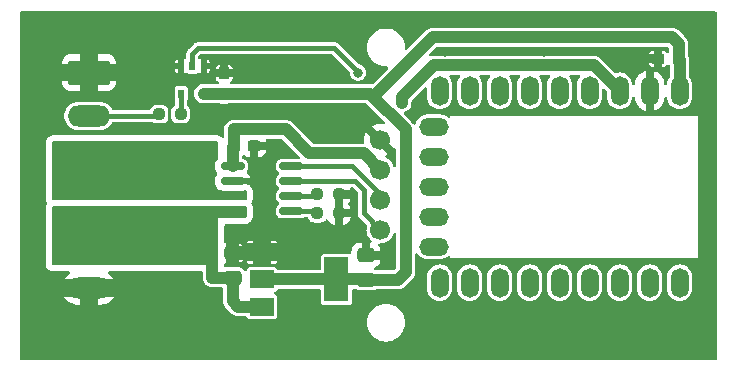
<source format=gbr>
%TF.GenerationSoftware,KiCad,Pcbnew,7.0.10*%
%TF.CreationDate,2024-02-11T01:36:44-05:00*%
%TF.ProjectId,RP2040_Count2,52503230-3430-45f4-936f-756e74322e6b,v2*%
%TF.SameCoordinates,Original*%
%TF.FileFunction,Copper,L1,Top*%
%TF.FilePolarity,Positive*%
%FSLAX46Y46*%
G04 Gerber Fmt 4.6, Leading zero omitted, Abs format (unit mm)*
G04 Created by KiCad (PCBNEW 7.0.10) date 2024-02-11 01:36:44*
%MOMM*%
%LPD*%
G01*
G04 APERTURE LIST*
G04 Aperture macros list*
%AMRoundRect*
0 Rectangle with rounded corners*
0 $1 Rounding radius*
0 $2 $3 $4 $5 $6 $7 $8 $9 X,Y pos of 4 corners*
0 Add a 4 corners polygon primitive as box body*
4,1,4,$2,$3,$4,$5,$6,$7,$8,$9,$2,$3,0*
0 Add four circle primitives for the rounded corners*
1,1,$1+$1,$2,$3*
1,1,$1+$1,$4,$5*
1,1,$1+$1,$6,$7*
1,1,$1+$1,$8,$9*
0 Add four rect primitives between the rounded corners*
20,1,$1+$1,$2,$3,$4,$5,0*
20,1,$1+$1,$4,$5,$6,$7,0*
20,1,$1+$1,$6,$7,$8,$9,0*
20,1,$1+$1,$8,$9,$2,$3,0*%
G04 Aperture macros list end*
%TA.AperFunction,ComponentPad*%
%ADD10O,1.500000X2.500000*%
%TD*%
%TA.AperFunction,ComponentPad*%
%ADD11O,2.500000X1.500000*%
%TD*%
%TA.AperFunction,SMDPad,CuDef*%
%ADD12RoundRect,0.249999X1.425001X-0.450001X1.425001X0.450001X-1.425001X0.450001X-1.425001X-0.450001X0*%
%TD*%
%TA.AperFunction,ComponentPad*%
%ADD13RoundRect,0.250000X-1.550000X0.650000X-1.550000X-0.650000X1.550000X-0.650000X1.550000X0.650000X0*%
%TD*%
%TA.AperFunction,ComponentPad*%
%ADD14O,3.600000X1.800000*%
%TD*%
%TA.AperFunction,SMDPad,CuDef*%
%ADD15RoundRect,0.237500X-0.250000X-0.237500X0.250000X-0.237500X0.250000X0.237500X-0.250000X0.237500X0*%
%TD*%
%TA.AperFunction,SMDPad,CuDef*%
%ADD16RoundRect,0.237500X-0.300000X-0.237500X0.300000X-0.237500X0.300000X0.237500X-0.300000X0.237500X0*%
%TD*%
%TA.AperFunction,SMDPad,CuDef*%
%ADD17RoundRect,0.237500X0.237500X-0.300000X0.237500X0.300000X-0.237500X0.300000X-0.237500X-0.300000X0*%
%TD*%
%TA.AperFunction,SMDPad,CuDef*%
%ADD18R,0.510000X0.700000*%
%TD*%
%TA.AperFunction,SMDPad,CuDef*%
%ADD19RoundRect,0.150000X0.825000X0.150000X-0.825000X0.150000X-0.825000X-0.150000X0.825000X-0.150000X0*%
%TD*%
%TA.AperFunction,SMDPad,CuDef*%
%ADD20RoundRect,0.250000X0.475000X-0.337500X0.475000X0.337500X-0.475000X0.337500X-0.475000X-0.337500X0*%
%TD*%
%TA.AperFunction,SMDPad,CuDef*%
%ADD21R,2.000000X1.500000*%
%TD*%
%TA.AperFunction,SMDPad,CuDef*%
%ADD22R,2.000000X3.800000*%
%TD*%
%TA.AperFunction,ComponentPad*%
%ADD23RoundRect,0.291667X-1.508333X0.758333X-1.508333X-0.758333X1.508333X-0.758333X1.508333X0.758333X0*%
%TD*%
%TA.AperFunction,ComponentPad*%
%ADD24O,3.600000X2.100000*%
%TD*%
%TA.AperFunction,ComponentPad*%
%ADD25C,1.700000*%
%TD*%
%TA.AperFunction,ViaPad*%
%ADD26C,0.800000*%
%TD*%
%TA.AperFunction,Conductor*%
%ADD27C,1.000000*%
%TD*%
%TA.AperFunction,Conductor*%
%ADD28C,0.400000*%
%TD*%
G04 APERTURE END LIST*
D10*
%TO.P,U2,1,0*%
%TO.N,unconnected-(U2-0-Pad1)*%
X155360000Y-95470000D03*
%TO.P,U2,2,1*%
%TO.N,unconnected-(U2-1-Pad2)*%
X152820000Y-95470000D03*
%TO.P,U2,3,2*%
%TO.N,unconnected-(U2-2-Pad3)*%
X150280000Y-95470000D03*
%TO.P,U2,4,3*%
%TO.N,unconnected-(U2-3-Pad4)*%
X147740000Y-95470000D03*
%TO.P,U2,5,4*%
%TO.N,unconnected-(U2-4-Pad5)*%
X145200000Y-95470000D03*
%TO.P,U2,6,5*%
%TO.N,unconnected-(U2-5-Pad6)*%
X142660000Y-95470000D03*
%TO.P,U2,7,6*%
%TO.N,unconnected-(U2-6-Pad7)*%
X140120000Y-95470000D03*
%TO.P,U2,8,7*%
%TO.N,unconnected-(U2-7-Pad8)*%
X137580000Y-95470000D03*
%TO.P,U2,9,8*%
%TO.N,unconnected-(U2-8-Pad9)*%
X135040000Y-95470000D03*
D11*
%TO.P,U2,10,9*%
%TO.N,unconnected-(U2-9-Pad10)*%
X134540000Y-92430000D03*
%TO.P,U2,11,10*%
%TO.N,I2C_SDA*%
X134540000Y-89890000D03*
%TO.P,U2,12,11*%
%TO.N,I2C_SCL*%
X134540000Y-87350000D03*
%TO.P,U2,13,12*%
%TO.N,unconnected-(U2-12-Pad13)*%
X134540000Y-84810000D03*
%TO.P,U2,14,13*%
%TO.N,SW1*%
X134540000Y-82270000D03*
D10*
%TO.P,U2,15,14*%
%TO.N,OUT1*%
X135040000Y-79230000D03*
%TO.P,U2,16,15*%
%TO.N,unconnected-(U2-15-Pad16)*%
X137580000Y-79230000D03*
%TO.P,U2,17,26*%
%TO.N,unconnected-(U2-26-Pad17)*%
X140120000Y-79230000D03*
%TO.P,U2,18,27*%
%TO.N,unconnected-(U2-27-Pad18)*%
X142660000Y-79230000D03*
%TO.P,U2,19,28*%
%TO.N,unconnected-(U2-28-Pad19)*%
X145200000Y-79230000D03*
%TO.P,U2,20,29*%
%TO.N,unconnected-(U2-29-Pad20)*%
X147740000Y-79230000D03*
%TO.P,U2,21,3V3*%
%TO.N,+3.3V*%
X150280000Y-79230000D03*
%TO.P,U2,22,GND*%
%TO.N,GND*%
X152820000Y-79230000D03*
%TO.P,U2,23,5V*%
%TO.N,+5V*%
X155360000Y-79230000D03*
%TD*%
D12*
%TO.P,R2,1*%
%TO.N,VIN1*%
X113000000Y-91800000D03*
%TO.P,R2,2*%
%TO.N,VOUT1*%
X113000000Y-85700000D03*
%TD*%
D13*
%TO.P,TB1,1,P1*%
%TO.N,VIN1*%
X105357500Y-92112500D03*
D14*
%TO.P,TB1,2,P2*%
%TO.N,GND*%
X105357500Y-95922500D03*
%TD*%
D15*
%TO.P,R3,1*%
%TO.N,Net-(U4-A0)*%
X124687500Y-88000000D03*
%TO.P,R3,2*%
%TO.N,GND*%
X126512500Y-88000000D03*
%TD*%
D16*
%TO.P,C6,1*%
%TO.N,GND*%
X153537500Y-76500000D03*
%TO.P,C6,2*%
%TO.N,+5V*%
X155262500Y-76500000D03*
%TD*%
D17*
%TO.P,C1,1*%
%TO.N,+5V*%
X116800000Y-79462500D03*
%TO.P,C1,2*%
%TO.N,GND*%
X116800000Y-77737500D03*
%TD*%
D18*
%TO.P,U1,1*%
%TO.N,GND*%
X115050000Y-77140000D03*
%TO.P,U1,2*%
%TO.N,OUT1*%
X114100000Y-77140000D03*
%TO.P,U1,3,GND*%
%TO.N,GND*%
X113150000Y-77140000D03*
%TO.P,U1,4*%
%TO.N,Net-(R1-Pad2)*%
X113150000Y-79460000D03*
%TO.P,U1,5,VCC*%
%TO.N,+5V*%
X115050000Y-79460000D03*
%TD*%
D19*
%TO.P,U4,1,A1*%
%TO.N,Net-(U4-A1)*%
X122475000Y-89405000D03*
%TO.P,U4,2,A0*%
%TO.N,Net-(U4-A0)*%
X122475000Y-88135000D03*
%TO.P,U4,3,SDA*%
%TO.N,I2C_SDA*%
X122475000Y-86865000D03*
%TO.P,U4,4,SCL*%
%TO.N,I2C_SCL*%
X122475000Y-85595000D03*
%TO.P,U4,5,VS*%
%TO.N,+3.3V*%
X117525000Y-85595000D03*
%TO.P,U4,6,GND*%
%TO.N,GND*%
X117525000Y-86865000D03*
%TO.P,U4,7,IN-*%
%TO.N,VOUT1*%
X117525000Y-88135000D03*
%TO.P,U4,8,IN+*%
%TO.N,VIN1*%
X117525000Y-89405000D03*
%TD*%
D20*
%TO.P,C4,1*%
%TO.N,+5V*%
X128800000Y-95237500D03*
%TO.P,C4,2*%
%TO.N,GND*%
X128800000Y-93162500D03*
%TD*%
D15*
%TO.P,R1,1*%
%TO.N,/DOUT1*%
X111287500Y-81200000D03*
%TO.P,R1,2*%
%TO.N,Net-(R1-Pad2)*%
X113112500Y-81200000D03*
%TD*%
D21*
%TO.P,U3,1,GND*%
%TO.N,GND*%
X120000000Y-92900000D03*
%TO.P,U3,2,VO*%
%TO.N,+5V*%
X120000000Y-95200000D03*
D22*
X126300000Y-95200000D03*
D21*
%TO.P,U3,3,VI*%
%TO.N,VIN1*%
X120000000Y-97500000D03*
%TD*%
D16*
%TO.P,C5,1*%
%TO.N,+3.3V*%
X117600000Y-83900000D03*
%TO.P,C5,2*%
%TO.N,GND*%
X119325000Y-83900000D03*
%TD*%
D20*
%TO.P,C3,1*%
%TO.N,VIN1*%
X117500000Y-95037500D03*
%TO.P,C3,2*%
%TO.N,GND*%
X117500000Y-92962500D03*
%TD*%
D15*
%TO.P,R4,1*%
%TO.N,Net-(U4-A1)*%
X124687500Y-89600000D03*
%TO.P,R4,2*%
%TO.N,GND*%
X126512500Y-89600000D03*
%TD*%
D23*
%TO.P,J2,1,Pin_1*%
%TO.N,GND*%
X105357500Y-77680000D03*
D14*
%TO.P,J2,2,Pin_2*%
%TO.N,/DOUT1*%
X105357500Y-81340000D03*
D24*
%TO.P,J2,3,Pin_3*%
%TO.N,VOUT1*%
X105357500Y-85000000D03*
%TD*%
D25*
%TO.P,J3,1,Pin_1*%
%TO.N,I2C_SDA*%
X130000000Y-91000000D03*
%TO.P,J3,2,Pin_2*%
%TO.N,I2C_SCL*%
X130000000Y-88500000D03*
%TO.P,J3,3,Pin_3*%
%TO.N,+3.3V*%
X130000000Y-85900000D03*
%TO.P,J3,4,Pin_4*%
%TO.N,GND*%
X130000000Y-83400000D03*
%TD*%
D26*
%TO.N,GND*%
X133350000Y-80450000D03*
X132850000Y-96450000D03*
X157350000Y-94450000D03*
X157300000Y-79150000D03*
X138000000Y-73300000D03*
X147700000Y-73200000D03*
X143850000Y-75900000D03*
X135500000Y-75900000D03*
X124500000Y-81000000D03*
%TO.N,OUT1*%
X128132843Y-77683211D03*
%TO.N,+3.3V*%
X131850000Y-80250000D03*
%TO.N,GND*%
X119900000Y-88900000D03*
X124400000Y-93900000D03*
X118000000Y-99000000D03*
X125800000Y-92300000D03*
X108000000Y-101000000D03*
X115900000Y-99000000D03*
X101000000Y-74000000D03*
X111800000Y-79500000D03*
X156650000Y-74200000D03*
X152000000Y-101000000D03*
X125600000Y-98000000D03*
X122200000Y-93900000D03*
X122200000Y-90700000D03*
X114200000Y-95100000D03*
X123300000Y-92900000D03*
X111800000Y-77100000D03*
X126500000Y-74000000D03*
X122000000Y-96500000D03*
X126000000Y-77500000D03*
X101000000Y-94500000D03*
X112800000Y-75400000D03*
X124400000Y-92900000D03*
X124000000Y-96500000D03*
X116000000Y-81500000D03*
X122000000Y-98000000D03*
X120500000Y-74000000D03*
X121200000Y-90700000D03*
X122900000Y-77400000D03*
X101000000Y-83500000D03*
X120200000Y-77400000D03*
X147000000Y-101000000D03*
X128200000Y-91100000D03*
X119700000Y-86900000D03*
X141000000Y-101000000D03*
X122200000Y-92900000D03*
X157500000Y-101000000D03*
X101000000Y-89000000D03*
X127000000Y-92300000D03*
X120100000Y-85600000D03*
X118200000Y-77700000D03*
X122200000Y-91800000D03*
X126900000Y-98000000D03*
X121000000Y-101000000D03*
X109000000Y-74000000D03*
X123000000Y-98000000D03*
X135000000Y-101000000D03*
X130600000Y-93200000D03*
X115000000Y-74000000D03*
X124000000Y-98000000D03*
X101000000Y-79700000D03*
X117500000Y-91100000D03*
X101000000Y-101000000D03*
X121300000Y-84000000D03*
X152150000Y-76500000D03*
X115900000Y-96600000D03*
X125800000Y-91100000D03*
X127000000Y-101000000D03*
X123300000Y-93900000D03*
X123000000Y-96500000D03*
X127000000Y-91100000D03*
X119600000Y-80900000D03*
X115000000Y-101000000D03*
%TO.N,VIN1*%
X113500000Y-90500000D03*
X114500000Y-90500000D03*
X112500000Y-93500000D03*
X115500000Y-92500000D03*
X115500000Y-89500000D03*
X111500000Y-93500000D03*
X113500000Y-89500000D03*
X111500000Y-90500000D03*
X112500000Y-89500000D03*
X113500000Y-93500000D03*
X110500000Y-89500000D03*
X114500000Y-89500000D03*
X114500000Y-93500000D03*
X110500000Y-93500000D03*
X115500000Y-93500000D03*
X111500000Y-89500000D03*
X115500000Y-91500000D03*
X115500000Y-90500000D03*
X110500000Y-91500000D03*
X110500000Y-90500000D03*
X112500000Y-90500000D03*
X110500000Y-92500000D03*
%TO.N,VOUT1*%
X115500000Y-86000000D03*
X115500000Y-85000000D03*
X112500000Y-84000000D03*
X111500000Y-84000000D03*
X115500000Y-84000000D03*
X115500000Y-87000000D03*
X110500000Y-85000000D03*
X112500000Y-88000000D03*
X114500000Y-84000000D03*
X110500000Y-86000000D03*
X111500000Y-88000000D03*
X113500000Y-88000000D03*
X110500000Y-88000000D03*
X110500000Y-87000000D03*
X111500000Y-87000000D03*
X115500000Y-88000000D03*
X110500000Y-84000000D03*
X114500000Y-87000000D03*
X113500000Y-84000000D03*
X113500000Y-87000000D03*
X112500000Y-87000000D03*
X114500000Y-88000000D03*
%TD*%
D27*
%TO.N,+3.3V*%
X150280000Y-79219390D02*
X150280000Y-79730000D01*
X148134138Y-77073528D02*
X150280000Y-79219390D01*
X131850000Y-80250000D02*
X131850000Y-79750000D01*
X131850000Y-79750000D02*
X134526472Y-77073528D01*
X134526472Y-77073528D02*
X148134138Y-77073528D01*
%TO.N,+5V*%
X129112500Y-79462500D02*
X116800000Y-79462500D01*
X132150000Y-94587500D02*
X132150000Y-82500000D01*
X132150000Y-82500000D02*
X129112500Y-79462500D01*
X128800000Y-95237500D02*
X131500000Y-95237500D01*
X131500000Y-95237500D02*
X132150000Y-94587500D01*
X155262500Y-75225000D02*
X155262500Y-76500000D01*
X154737500Y-74700000D02*
X155262500Y-75225000D01*
X129800000Y-79350000D02*
X134450000Y-74700000D01*
X134450000Y-74700000D02*
X154737500Y-74700000D01*
X155350000Y-79720000D02*
X155360000Y-79730000D01*
X155262500Y-76500000D02*
X155350000Y-76587500D01*
X155350000Y-76587500D02*
X155350000Y-79720000D01*
D28*
%TO.N,OUT1*%
X128200000Y-77700000D02*
X126100000Y-75600000D01*
X114600000Y-75600000D02*
X114100000Y-76100000D01*
X114100000Y-76100000D02*
X114100000Y-77140000D01*
X126100000Y-75600000D02*
X114600000Y-75600000D01*
D27*
%TO.N,+5V*%
X126300000Y-95200000D02*
X120000000Y-95200000D01*
X128762500Y-95200000D02*
X126300000Y-95200000D01*
X128800000Y-95237500D02*
X128762500Y-95200000D01*
X128837500Y-95200000D02*
X128800000Y-95237500D01*
X115050000Y-79460000D02*
X116797500Y-79460000D01*
X116797500Y-79460000D02*
X116800000Y-79462500D01*
D28*
%TO.N,GND*%
X119400000Y-86600000D02*
X119400000Y-83975000D01*
X119700000Y-86900000D02*
X119400000Y-86600000D01*
X119665000Y-86865000D02*
X119700000Y-86900000D01*
X119400000Y-83975000D02*
X119325000Y-83900000D01*
X117525000Y-86865000D02*
X119665000Y-86865000D01*
D27*
%TO.N,VIN1*%
X120000000Y-97500000D02*
X118000000Y-97500000D01*
X115800000Y-95037500D02*
X115800000Y-93800000D01*
X117500000Y-95037500D02*
X115800000Y-95037500D01*
X115800000Y-93800000D02*
X115500000Y-93500000D01*
X118000000Y-97500000D02*
X117500000Y-97000000D01*
X117500000Y-97000000D02*
X117500000Y-95037500D01*
%TO.N,+3.3V*%
X128600000Y-84500000D02*
X124000000Y-84500000D01*
X117525000Y-83975000D02*
X117600000Y-83900000D01*
X117600000Y-82500000D02*
X117600000Y-83900000D01*
X117525000Y-85595000D02*
X117525000Y-83975000D01*
X130000000Y-85900000D02*
X128600000Y-84500000D01*
X122000000Y-82500000D02*
X117600000Y-82500000D01*
X124000000Y-84500000D02*
X122000000Y-82500000D01*
D28*
%TO.N,/DOUT1*%
X111147500Y-81340000D02*
X105357500Y-81340000D01*
X111287500Y-81200000D02*
X111147500Y-81340000D01*
%TO.N,I2C_SDA*%
X128600000Y-89600000D02*
X128600000Y-87600000D01*
X128600000Y-87600000D02*
X127865000Y-86865000D01*
X130000000Y-91000000D02*
X128600000Y-89600000D01*
X127865000Y-86865000D02*
X122475000Y-86865000D01*
%TO.N,I2C_SCL*%
X127595000Y-85595000D02*
X122475000Y-85595000D01*
X130000000Y-88500000D02*
X130000000Y-88000000D01*
X130000000Y-88000000D02*
X127595000Y-85595000D01*
%TO.N,Net-(R1-Pad2)*%
X113150000Y-81162500D02*
X113112500Y-81200000D01*
X113150000Y-79460000D02*
X113150000Y-81162500D01*
%TO.N,Net-(U4-A0)*%
X122475000Y-88135000D02*
X124552500Y-88135000D01*
X124552500Y-88135000D02*
X124687500Y-88000000D01*
%TO.N,Net-(U4-A1)*%
X124492500Y-89405000D02*
X124687500Y-89600000D01*
X122475000Y-89405000D02*
X124492500Y-89405000D01*
%TD*%
%TA.AperFunction,Conductor*%
%TO.N,VOUT1*%
G36*
X116243039Y-83519685D02*
G01*
X116288794Y-83572489D01*
X116300000Y-83624000D01*
X116300000Y-84873691D01*
X116280315Y-84940730D01*
X116263681Y-84961372D01*
X116181923Y-85043129D01*
X116181917Y-85043137D01*
X116098255Y-85184603D01*
X116098254Y-85184606D01*
X116052402Y-85342426D01*
X116052401Y-85342432D01*
X116049500Y-85379298D01*
X116049500Y-85810701D01*
X116052401Y-85847567D01*
X116052402Y-85847573D01*
X116098254Y-86005393D01*
X116098255Y-86005396D01*
X116181917Y-86146862D01*
X116186702Y-86153031D01*
X116184256Y-86154927D01*
X116210857Y-86203642D01*
X116205873Y-86273334D01*
X116185069Y-86305703D01*
X116186702Y-86306969D01*
X116181917Y-86313137D01*
X116098255Y-86454603D01*
X116098254Y-86454606D01*
X116052402Y-86612426D01*
X116052401Y-86612432D01*
X116049500Y-86649298D01*
X116049500Y-87080701D01*
X116052401Y-87117567D01*
X116052402Y-87117573D01*
X116098254Y-87275393D01*
X116098255Y-87275396D01*
X116098256Y-87275398D01*
X116181919Y-87416865D01*
X116263682Y-87498628D01*
X116297166Y-87559949D01*
X116300000Y-87586308D01*
X116300000Y-87600000D01*
X116377367Y-87600000D01*
X116431896Y-87614916D01*
X116432446Y-87613647D01*
X116439597Y-87616741D01*
X116439602Y-87616744D01*
X116481224Y-87628836D01*
X116597426Y-87662597D01*
X116597429Y-87662597D01*
X116597431Y-87662598D01*
X116634306Y-87665500D01*
X116634314Y-87665500D01*
X118415686Y-87665500D01*
X118415694Y-87665500D01*
X118452569Y-87662598D01*
X118452571Y-87662597D01*
X118452573Y-87662597D01*
X118541405Y-87636789D01*
X118611274Y-87636988D01*
X118669944Y-87674930D01*
X118698788Y-87738568D01*
X118700000Y-87755865D01*
X118700000Y-88376000D01*
X118680315Y-88443039D01*
X118627511Y-88488794D01*
X118576000Y-88500000D01*
X102324000Y-88500000D01*
X102256961Y-88480315D01*
X102211206Y-88427511D01*
X102200000Y-88376000D01*
X102200000Y-83624000D01*
X102219685Y-83556961D01*
X102272489Y-83511206D01*
X102324000Y-83500000D01*
X116176000Y-83500000D01*
X116243039Y-83519685D01*
G37*
%TD.AperFunction*%
%TD*%
%TA.AperFunction,Conductor*%
%TO.N,GND*%
G36*
X121684099Y-83320185D02*
G01*
X121704741Y-83336819D01*
X123150741Y-84782819D01*
X123184226Y-84844142D01*
X123179242Y-84913834D01*
X123137370Y-84969767D01*
X123071906Y-84994184D01*
X123063060Y-84994500D01*
X121595730Y-84994500D01*
X121565300Y-84997353D01*
X121565298Y-84997353D01*
X121437119Y-85042206D01*
X121437117Y-85042207D01*
X121327850Y-85122850D01*
X121247207Y-85232117D01*
X121247206Y-85232119D01*
X121202353Y-85360298D01*
X121202353Y-85360300D01*
X121199500Y-85390730D01*
X121199500Y-85799269D01*
X121202353Y-85829699D01*
X121202353Y-85829701D01*
X121247206Y-85957880D01*
X121247207Y-85957882D01*
X121327850Y-86067150D01*
X121399090Y-86119727D01*
X121413321Y-86130230D01*
X121455571Y-86185877D01*
X121461030Y-86255534D01*
X121427962Y-86317083D01*
X121413321Y-86329769D01*
X121366691Y-86364184D01*
X121327850Y-86392850D01*
X121247207Y-86502117D01*
X121247206Y-86502119D01*
X121202353Y-86630298D01*
X121202353Y-86630300D01*
X121199500Y-86660730D01*
X121199500Y-87069269D01*
X121202353Y-87099699D01*
X121202353Y-87099701D01*
X121241830Y-87212516D01*
X121247207Y-87227882D01*
X121327850Y-87337150D01*
X121413317Y-87400227D01*
X121413321Y-87400230D01*
X121455571Y-87455877D01*
X121461030Y-87525534D01*
X121427962Y-87587083D01*
X121413321Y-87599769D01*
X121367045Y-87633923D01*
X121327850Y-87662850D01*
X121247207Y-87772117D01*
X121247206Y-87772119D01*
X121202353Y-87900298D01*
X121202353Y-87900300D01*
X121199500Y-87930730D01*
X121199500Y-88339269D01*
X121202353Y-88369699D01*
X121202353Y-88369701D01*
X121242157Y-88483450D01*
X121247207Y-88497882D01*
X121327850Y-88607150D01*
X121399090Y-88659727D01*
X121413321Y-88670230D01*
X121455571Y-88725877D01*
X121461030Y-88795534D01*
X121427962Y-88857083D01*
X121413321Y-88869769D01*
X121389052Y-88887681D01*
X121327850Y-88932850D01*
X121247207Y-89042117D01*
X121247206Y-89042119D01*
X121202353Y-89170298D01*
X121202353Y-89170300D01*
X121199500Y-89200730D01*
X121199500Y-89609269D01*
X121202353Y-89639699D01*
X121202353Y-89639701D01*
X121238310Y-89742457D01*
X121247207Y-89767882D01*
X121327850Y-89877150D01*
X121437118Y-89957793D01*
X121479845Y-89972744D01*
X121565299Y-90002646D01*
X121595730Y-90005500D01*
X121595734Y-90005500D01*
X123354270Y-90005500D01*
X123384699Y-90002646D01*
X123384701Y-90002646D01*
X123455165Y-89977989D01*
X123512882Y-89957793D01*
X123523441Y-89950000D01*
X123550907Y-89929730D01*
X123616536Y-89905759D01*
X123624540Y-89905500D01*
X123801600Y-89905500D01*
X123868639Y-89925185D01*
X123914394Y-89977989D01*
X123916954Y-89984010D01*
X123964136Y-90103654D01*
X123964139Y-90103660D01*
X124053499Y-90221500D01*
X124171339Y-90310860D01*
X124171342Y-90310862D01*
X124308923Y-90365117D01*
X124366562Y-90372039D01*
X124395381Y-90375500D01*
X124395382Y-90375500D01*
X124979619Y-90375500D01*
X125001232Y-90372904D01*
X125066077Y-90365117D01*
X125203658Y-90310862D01*
X125321500Y-90221500D01*
X125383850Y-90139279D01*
X125440042Y-90097756D01*
X125509763Y-90093204D01*
X125570878Y-90127068D01*
X125588192Y-90149107D01*
X125680052Y-90298034D01*
X125680055Y-90298038D01*
X125801961Y-90419944D01*
X125801965Y-90419947D01*
X125948688Y-90510448D01*
X125948699Y-90510453D01*
X126112347Y-90564680D01*
X126162500Y-90569803D01*
X126162500Y-89950000D01*
X126862500Y-89950000D01*
X126862500Y-90569802D01*
X126912650Y-90564680D01*
X126912653Y-90564680D01*
X127076300Y-90510453D01*
X127076311Y-90510448D01*
X127223034Y-90419947D01*
X127223038Y-90419944D01*
X127344944Y-90298038D01*
X127344947Y-90298034D01*
X127435448Y-90151311D01*
X127435454Y-90151298D01*
X127489680Y-89987651D01*
X127489681Y-89987645D01*
X127493528Y-89950000D01*
X126862500Y-89950000D01*
X126162500Y-89950000D01*
X126162500Y-88350000D01*
X126862500Y-88350000D01*
X126862500Y-89250000D01*
X127493526Y-89250000D01*
X127493526Y-89249999D01*
X127489680Y-89212348D01*
X127489680Y-89212346D01*
X127435453Y-89048699D01*
X127435448Y-89048688D01*
X127344947Y-88901965D01*
X127344944Y-88901961D01*
X127330664Y-88887681D01*
X127297179Y-88826358D01*
X127302163Y-88756666D01*
X127330664Y-88712319D01*
X127344944Y-88698038D01*
X127344947Y-88698034D01*
X127435448Y-88551311D01*
X127435454Y-88551298D01*
X127489680Y-88387651D01*
X127489681Y-88387645D01*
X127493528Y-88350000D01*
X126862500Y-88350000D01*
X126162500Y-88350000D01*
X126162500Y-87774000D01*
X126182185Y-87706961D01*
X126234989Y-87661206D01*
X126286500Y-87650000D01*
X127493526Y-87650000D01*
X127493526Y-87649999D01*
X127489680Y-87612348D01*
X127489680Y-87612345D01*
X127461898Y-87528504D01*
X127459496Y-87458675D01*
X127495228Y-87398634D01*
X127557749Y-87367441D01*
X127579604Y-87365500D01*
X127606324Y-87365500D01*
X127673363Y-87385185D01*
X127694005Y-87401819D01*
X128063181Y-87770995D01*
X128096666Y-87832318D01*
X128099500Y-87858676D01*
X128099500Y-89532858D01*
X128096667Y-89559206D01*
X128095641Y-89563927D01*
X128095641Y-89563929D01*
X128095641Y-89563930D01*
X128099184Y-89613461D01*
X128099500Y-89622308D01*
X128099500Y-89635797D01*
X128101420Y-89649154D01*
X128102365Y-89657946D01*
X128105909Y-89707486D01*
X128107593Y-89712000D01*
X128114148Y-89737682D01*
X128114834Y-89742455D01*
X128114835Y-89742457D01*
X128131938Y-89779908D01*
X128135457Y-89787612D01*
X128138845Y-89795790D01*
X128156203Y-89842329D01*
X128159096Y-89846194D01*
X128172617Y-89868983D01*
X128174619Y-89873367D01*
X128174622Y-89873372D01*
X128176899Y-89876000D01*
X128207144Y-89910904D01*
X128212688Y-89917785D01*
X128220779Y-89928593D01*
X128230333Y-89938147D01*
X128236353Y-89944614D01*
X128268872Y-89982143D01*
X128268874Y-89982145D01*
X128272928Y-89984750D01*
X128293571Y-90001385D01*
X128860480Y-90568294D01*
X128893965Y-90629617D01*
X128892065Y-90689909D01*
X128864244Y-90787688D01*
X128864243Y-90787690D01*
X128850084Y-90940500D01*
X128844571Y-91000000D01*
X128864244Y-91212310D01*
X128911814Y-91379500D01*
X128922596Y-91417392D01*
X128922596Y-91417394D01*
X129017632Y-91608253D01*
X129146127Y-91778406D01*
X129234932Y-91859363D01*
X129271213Y-91919075D01*
X129269452Y-91988922D01*
X129230208Y-92046730D01*
X129165941Y-92074144D01*
X129151393Y-92075000D01*
X129150000Y-92075000D01*
X129150000Y-92812500D01*
X130024999Y-92812500D01*
X130024999Y-92775028D01*
X130024998Y-92775013D01*
X130014505Y-92672302D01*
X129959358Y-92505880D01*
X129959356Y-92505875D01*
X129867315Y-92356654D01*
X129863168Y-92351409D01*
X129837029Y-92286613D01*
X129850071Y-92217971D01*
X129898153Y-92167277D01*
X129960436Y-92150500D01*
X130106608Y-92150500D01*
X130106610Y-92150500D01*
X130316198Y-92111321D01*
X130515019Y-92034298D01*
X130696302Y-91922052D01*
X130853872Y-91778407D01*
X130982366Y-91608255D01*
X131010221Y-91552315D01*
X131077403Y-91417394D01*
X131077403Y-91417393D01*
X131077405Y-91417389D01*
X131106234Y-91316064D01*
X131143513Y-91256973D01*
X131206823Y-91227416D01*
X131276063Y-91236778D01*
X131329249Y-91282088D01*
X131349496Y-91348960D01*
X131349500Y-91350001D01*
X131349500Y-94204560D01*
X131329815Y-94271599D01*
X131313181Y-94292241D01*
X131204741Y-94400681D01*
X131143418Y-94434166D01*
X131117060Y-94437000D01*
X129617210Y-94437000D01*
X129555285Y-94418816D01*
X129554735Y-94419796D01*
X129550488Y-94417408D01*
X129550171Y-94417315D01*
X129542281Y-94411801D01*
X129540580Y-94410511D01*
X129541967Y-94408680D01*
X129501684Y-94367383D01*
X129487681Y-94298931D01*
X129512910Y-94233775D01*
X129569359Y-94192602D01*
X129572245Y-94191606D01*
X129594120Y-94184357D01*
X129594124Y-94184356D01*
X129743345Y-94092315D01*
X129867315Y-93968345D01*
X129959356Y-93819124D01*
X129959358Y-93819119D01*
X130014505Y-93652697D01*
X130014506Y-93652690D01*
X130024999Y-93549986D01*
X130025000Y-93549973D01*
X130025000Y-93512500D01*
X128574000Y-93512500D01*
X128506961Y-93492815D01*
X128461206Y-93440011D01*
X128450000Y-93388500D01*
X128450000Y-92075000D01*
X128275029Y-92075000D01*
X128275012Y-92075001D01*
X128172302Y-92085494D01*
X128005880Y-92140641D01*
X128005875Y-92140643D01*
X127856654Y-92232684D01*
X127732684Y-92356654D01*
X127640643Y-92505875D01*
X127640641Y-92505880D01*
X127585494Y-92672302D01*
X127585493Y-92672309D01*
X127575000Y-92775013D01*
X127575000Y-92902634D01*
X127555315Y-92969673D01*
X127502511Y-93015428D01*
X127433353Y-93025372D01*
X127400914Y-93016069D01*
X127369991Y-93002415D01*
X127344865Y-92999500D01*
X125255143Y-92999500D01*
X125255117Y-92999502D01*
X125230012Y-93002413D01*
X125230008Y-93002415D01*
X125127235Y-93047793D01*
X125047794Y-93127234D01*
X125002415Y-93230006D01*
X125002415Y-93230008D01*
X124999500Y-93255131D01*
X124999500Y-94275500D01*
X124979815Y-94342539D01*
X124927011Y-94388294D01*
X124875500Y-94399500D01*
X121386989Y-94399500D01*
X121319950Y-94379815D01*
X121274195Y-94327011D01*
X121273607Y-94325704D01*
X121252206Y-94277235D01*
X121172765Y-94197794D01*
X121161006Y-94192602D01*
X121069992Y-94152415D01*
X121044865Y-94149500D01*
X118955143Y-94149500D01*
X118955117Y-94149502D01*
X118930012Y-94152413D01*
X118930008Y-94152415D01*
X118827235Y-94197793D01*
X118747794Y-94277234D01*
X118702415Y-94380006D01*
X118702413Y-94380014D01*
X118699910Y-94401589D01*
X118672629Y-94465912D01*
X118614903Y-94505275D01*
X118545059Y-94507180D01*
X118485273Y-94471023D01*
X118461381Y-94432780D01*
X118459361Y-94427658D01*
X118367922Y-94307077D01*
X118247343Y-94215639D01*
X118106561Y-94160122D01*
X118060926Y-94154642D01*
X118018102Y-94149500D01*
X116981898Y-94149500D01*
X116959069Y-94152241D01*
X116922917Y-94156582D01*
X116854009Y-94145029D01*
X116802286Y-94098056D01*
X116784169Y-94030576D01*
X116785397Y-94015820D01*
X116800553Y-93910404D01*
X116829576Y-93846852D01*
X116876240Y-93816861D01*
X116912500Y-93791686D01*
X116912500Y-93550000D01*
X118087500Y-93550000D01*
X118087500Y-93791686D01*
X118217084Y-93743355D01*
X118217093Y-93743350D01*
X118332185Y-93657191D01*
X118332190Y-93657186D01*
X118337570Y-93650000D01*
X118750000Y-93650000D01*
X118750000Y-93674628D01*
X118764503Y-93747540D01*
X118764505Y-93747544D01*
X118819760Y-93830239D01*
X118902455Y-93885494D01*
X118902459Y-93885496D01*
X118975371Y-93899999D01*
X118975374Y-93900000D01*
X119250000Y-93900000D01*
X119250000Y-93650000D01*
X120750000Y-93650000D01*
X120750000Y-93900000D01*
X121024626Y-93900000D01*
X121024628Y-93899999D01*
X121097540Y-93885496D01*
X121097544Y-93885494D01*
X121180239Y-93830239D01*
X121235494Y-93747544D01*
X121235496Y-93747540D01*
X121249999Y-93674628D01*
X121250000Y-93674626D01*
X121250000Y-93650000D01*
X120750000Y-93650000D01*
X119250000Y-93650000D01*
X118750000Y-93650000D01*
X118337570Y-93650000D01*
X118412431Y-93550000D01*
X118087500Y-93550000D01*
X116912500Y-93550000D01*
X116912500Y-92133313D01*
X118087500Y-92133313D01*
X118087500Y-92375000D01*
X118412430Y-92375000D01*
X118332190Y-92267813D01*
X118332185Y-92267808D01*
X118217093Y-92181649D01*
X118132239Y-92150000D01*
X118750000Y-92150000D01*
X119250000Y-92150000D01*
X119250000Y-91900000D01*
X120750000Y-91900000D01*
X120750000Y-92150000D01*
X121250000Y-92150000D01*
X121250000Y-92125373D01*
X121249999Y-92125371D01*
X121235496Y-92052459D01*
X121235494Y-92052455D01*
X121180239Y-91969760D01*
X121097544Y-91914505D01*
X121097540Y-91914503D01*
X121024627Y-91900000D01*
X120750000Y-91900000D01*
X119250000Y-91900000D01*
X118975373Y-91900000D01*
X118902459Y-91914503D01*
X118902455Y-91914505D01*
X118819760Y-91969760D01*
X118764505Y-92052455D01*
X118764503Y-92052459D01*
X118750000Y-92125371D01*
X118750000Y-92150000D01*
X118132239Y-92150000D01*
X118087500Y-92133313D01*
X116912500Y-92133313D01*
X116912500Y-92133312D01*
X116859221Y-92096320D01*
X116861497Y-92093041D01*
X116841734Y-92082225D01*
X116808308Y-92020869D01*
X116805500Y-91994628D01*
X116805500Y-90629500D01*
X116825185Y-90562461D01*
X116877989Y-90516706D01*
X116929500Y-90505500D01*
X118575990Y-90505500D01*
X118576000Y-90505500D01*
X118683456Y-90493947D01*
X118734967Y-90482741D01*
X118769654Y-90471196D01*
X118837497Y-90448616D01*
X118837501Y-90448613D01*
X118837504Y-90448613D01*
X118958543Y-90370825D01*
X119011347Y-90325070D01*
X119105567Y-90216336D01*
X119165338Y-90085459D01*
X119185023Y-90018420D01*
X119185024Y-90018416D01*
X119205500Y-89876000D01*
X119205500Y-89124000D01*
X119193947Y-89016544D01*
X119182741Y-88965033D01*
X119182637Y-88964722D01*
X119148615Y-88862499D01*
X119121035Y-88819585D01*
X119101350Y-88752545D01*
X119112555Y-88701034D01*
X119165338Y-88585459D01*
X119185023Y-88518420D01*
X119185024Y-88518416D01*
X119205500Y-88376000D01*
X119205500Y-87755865D01*
X119204264Y-87720531D01*
X119203052Y-87703234D01*
X119199345Y-87668051D01*
X119159202Y-87529885D01*
X119159200Y-87529880D01*
X119159199Y-87529877D01*
X119147417Y-87503885D01*
X119130358Y-87466247D01*
X119130354Y-87466242D01*
X119130353Y-87466238D01*
X119052920Y-87344991D01*
X119035507Y-87329815D01*
X119015335Y-87312235D01*
X118977730Y-87253350D01*
X118977730Y-87184159D01*
X118983296Y-87165000D01*
X118809676Y-87165000D01*
X118757845Y-87153648D01*
X118755072Y-87152372D01*
X118755071Y-87152371D01*
X118612709Y-87131489D01*
X118612713Y-87131489D01*
X118542852Y-87131290D01*
X118472600Y-87141186D01*
X118400375Y-87151360D01*
X118387583Y-87155076D01*
X118352989Y-87160000D01*
X117349000Y-87160000D01*
X117281961Y-87140315D01*
X117236206Y-87087511D01*
X117225000Y-87036000D01*
X117225000Y-86689000D01*
X117244685Y-86621961D01*
X117297489Y-86576206D01*
X117349000Y-86565000D01*
X118983296Y-86565000D01*
X118951281Y-86454801D01*
X118867685Y-86313447D01*
X118867678Y-86313438D01*
X118751561Y-86197321D01*
X118751553Y-86197315D01*
X118747578Y-86194964D01*
X118699896Y-86143893D01*
X118687395Y-86075150D01*
X118710933Y-86014600D01*
X118752793Y-85957882D01*
X118780525Y-85878629D01*
X118797646Y-85829701D01*
X118797646Y-85829699D01*
X118800500Y-85799269D01*
X118800500Y-85390730D01*
X118797646Y-85360300D01*
X118797646Y-85360298D01*
X118752793Y-85232119D01*
X118752792Y-85232117D01*
X118739387Y-85213954D01*
X118672150Y-85122850D01*
X118562882Y-85042207D01*
X118562880Y-85042206D01*
X118434701Y-84997353D01*
X118427330Y-84995744D01*
X118427792Y-84993624D01*
X118372996Y-84971783D01*
X118332381Y-84914931D01*
X118325500Y-84874197D01*
X118325500Y-84780345D01*
X118345185Y-84713306D01*
X118397989Y-84667551D01*
X118467147Y-84657607D01*
X118530703Y-84686632D01*
X118537181Y-84692664D01*
X118564461Y-84719944D01*
X118564465Y-84719947D01*
X118711188Y-84810448D01*
X118711199Y-84810453D01*
X118874847Y-84864680D01*
X118974999Y-84874912D01*
X118975000Y-84874911D01*
X118975000Y-84250000D01*
X119675000Y-84250000D01*
X119675000Y-84874910D01*
X119775150Y-84864681D01*
X119775153Y-84864680D01*
X119938800Y-84810453D01*
X119938811Y-84810448D01*
X120085534Y-84719947D01*
X120085538Y-84719944D01*
X120207444Y-84598038D01*
X120207447Y-84598034D01*
X120297948Y-84451311D01*
X120297954Y-84451298D01*
X120352180Y-84287651D01*
X120352181Y-84287645D01*
X120356028Y-84250000D01*
X119675000Y-84250000D01*
X118975000Y-84250000D01*
X118975000Y-83674000D01*
X118994685Y-83606961D01*
X119047489Y-83561206D01*
X119099000Y-83550000D01*
X120356026Y-83550000D01*
X120356026Y-83549999D01*
X120352180Y-83512348D01*
X120352179Y-83512342D01*
X120335996Y-83463503D01*
X120333595Y-83393675D01*
X120369326Y-83333633D01*
X120431847Y-83302441D01*
X120453702Y-83300500D01*
X121617060Y-83300500D01*
X121684099Y-83320185D01*
G37*
%TD.AperFunction*%
%TA.AperFunction,Conductor*%
G36*
X131173167Y-84078193D02*
G01*
X131214717Y-84074567D01*
X131283214Y-84088347D01*
X131333387Y-84136972D01*
X131349500Y-84198097D01*
X131349500Y-85549998D01*
X131329815Y-85617037D01*
X131277011Y-85662792D01*
X131207853Y-85672736D01*
X131144297Y-85643711D01*
X131106523Y-85584933D01*
X131106234Y-85583933D01*
X131103227Y-85573366D01*
X131077405Y-85482611D01*
X131077403Y-85482606D01*
X131077403Y-85482605D01*
X130982367Y-85291746D01*
X130853872Y-85121593D01*
X130737970Y-85015934D01*
X130696302Y-84977948D01*
X130515019Y-84865702D01*
X130515017Y-84865701D01*
X130510879Y-84863139D01*
X130464244Y-84811111D01*
X130453140Y-84742129D01*
X130481093Y-84678095D01*
X130523753Y-84645330D01*
X130677574Y-84573603D01*
X130677579Y-84573599D01*
X130678194Y-84573168D01*
X130005025Y-83900000D01*
X130035763Y-83900000D01*
X130142315Y-83884680D01*
X130273100Y-83824952D01*
X130381761Y-83730798D01*
X130459493Y-83609844D01*
X130500000Y-83471889D01*
X130500000Y-83405025D01*
X131173167Y-84078193D01*
G37*
%TD.AperFunction*%
%TA.AperFunction,Conductor*%
G36*
X154405039Y-75520185D02*
G01*
X154450794Y-75572989D01*
X154462000Y-75624500D01*
X154462000Y-75876000D01*
X154442315Y-75943039D01*
X154389511Y-75988794D01*
X154338000Y-76000000D01*
X154312027Y-76000000D01*
X154244988Y-75980315D01*
X154212760Y-75950311D01*
X154185758Y-75914241D01*
X154073537Y-75830232D01*
X153942186Y-75781241D01*
X153942187Y-75781241D01*
X153887500Y-75775361D01*
X153887500Y-77224637D01*
X153942192Y-77218757D01*
X153942194Y-77218757D01*
X154073533Y-77169768D01*
X154073536Y-77169767D01*
X154185758Y-77085758D01*
X154212760Y-77049689D01*
X154268694Y-77007818D01*
X154312027Y-77000000D01*
X154425500Y-77000000D01*
X154492539Y-77019685D01*
X154538294Y-77072489D01*
X154549500Y-77124000D01*
X154549500Y-78017316D01*
X154529815Y-78084355D01*
X154521354Y-78095980D01*
X154482315Y-78143549D01*
X154482310Y-78143555D01*
X154384769Y-78326041D01*
X154324699Y-78524067D01*
X154313532Y-78637451D01*
X154287371Y-78702238D01*
X154230336Y-78742596D01*
X154160536Y-78745713D01*
X154100131Y-78710598D01*
X154068300Y-78648400D01*
X154066628Y-78636410D01*
X154054883Y-78505903D01*
X154054882Y-78505897D01*
X153995026Y-78289015D01*
X153995021Y-78289002D01*
X153897401Y-78086291D01*
X153897397Y-78086283D01*
X153765148Y-77904258D01*
X153765142Y-77904250D01*
X153602513Y-77748762D01*
X153414733Y-77624808D01*
X153207830Y-77536375D01*
X153207824Y-77536373D01*
X153170000Y-77527740D01*
X153170000Y-79371681D01*
X153093100Y-79305048D01*
X152962315Y-79245320D01*
X152855763Y-79230000D01*
X152784237Y-79230000D01*
X152677685Y-79245320D01*
X152546900Y-79305048D01*
X152470000Y-79371681D01*
X152470000Y-77529394D01*
X152326731Y-77575945D01*
X152128598Y-77682565D01*
X152128595Y-77682567D01*
X151952679Y-77822854D01*
X151804647Y-77992292D01*
X151804640Y-77992300D01*
X151689240Y-78185446D01*
X151689238Y-78185451D01*
X151610175Y-78396110D01*
X151610175Y-78396111D01*
X151569305Y-78621322D01*
X151537966Y-78683770D01*
X151477841Y-78719361D01*
X151408018Y-78716795D01*
X151350667Y-78676888D01*
X151323995Y-78612310D01*
X151323895Y-78611335D01*
X151315300Y-78524067D01*
X151315300Y-78524066D01*
X151255232Y-78326046D01*
X151157685Y-78143550D01*
X151070500Y-78037314D01*
X151026410Y-77983589D01*
X150908677Y-77886969D01*
X150866450Y-77852315D01*
X150683954Y-77754768D01*
X150485934Y-77694700D01*
X150485932Y-77694699D01*
X150485934Y-77694699D01*
X150280000Y-77674417D01*
X150074066Y-77694699D01*
X150074064Y-77694700D01*
X150001955Y-77716573D01*
X149932088Y-77717196D01*
X149878281Y-77685593D01*
X149042688Y-76850000D01*
X152759156Y-76850000D01*
X152805233Y-76973538D01*
X152889241Y-77085758D01*
X153001463Y-77169767D01*
X153001466Y-77169768D01*
X153132806Y-77218757D01*
X153187499Y-77224637D01*
X153187500Y-77224637D01*
X153187500Y-76850000D01*
X152759156Y-76850000D01*
X149042688Y-76850000D01*
X148636400Y-76443712D01*
X148636397Y-76443710D01*
X148603987Y-76423345D01*
X148592648Y-76415299D01*
X148562727Y-76391438D01*
X148528231Y-76374824D01*
X148516065Y-76368100D01*
X148483662Y-76347740D01*
X148483663Y-76347740D01*
X148476790Y-76345335D01*
X148447531Y-76335096D01*
X148434692Y-76329778D01*
X148400199Y-76313167D01*
X148362873Y-76304647D01*
X148349518Y-76300799D01*
X148313398Y-76288161D01*
X148313394Y-76288160D01*
X148313393Y-76288160D01*
X148295277Y-76286118D01*
X148275355Y-76283873D01*
X148261656Y-76281545D01*
X148224338Y-76273029D01*
X148224334Y-76273028D01*
X148224332Y-76273028D01*
X148179092Y-76273028D01*
X134616666Y-76273028D01*
X134436278Y-76273028D01*
X134431603Y-76274095D01*
X134398950Y-76281546D01*
X134385253Y-76283873D01*
X134347217Y-76288160D01*
X134316538Y-76298894D01*
X134246761Y-76302454D01*
X134186134Y-76267723D01*
X134153909Y-76205729D01*
X134159040Y-76150000D01*
X152759156Y-76150000D01*
X153187500Y-76150000D01*
X153187500Y-75775361D01*
X153132812Y-75781241D01*
X153001462Y-75830232D01*
X152889241Y-75914241D01*
X152805233Y-76026461D01*
X152759156Y-76150000D01*
X134159040Y-76150000D01*
X134160315Y-76136154D01*
X134187905Y-76094172D01*
X134745259Y-75536819D01*
X134806582Y-75503334D01*
X134832940Y-75500500D01*
X154338000Y-75500500D01*
X154405039Y-75520185D01*
G37*
%TD.AperFunction*%
%TA.AperFunction,Conductor*%
G36*
X158442539Y-72520185D02*
G01*
X158488294Y-72572989D01*
X158499500Y-72624500D01*
X158499500Y-101875500D01*
X158479815Y-101942539D01*
X158427011Y-101988294D01*
X158375500Y-101999500D01*
X99624500Y-101999500D01*
X99557461Y-101979815D01*
X99511706Y-101927011D01*
X99500500Y-101875500D01*
X99500500Y-98850000D01*
X128894551Y-98850000D01*
X128914317Y-99101151D01*
X128973126Y-99346110D01*
X129069533Y-99578859D01*
X129201160Y-99793653D01*
X129201161Y-99793656D01*
X129201164Y-99793659D01*
X129364776Y-99985224D01*
X129513066Y-100111875D01*
X129556343Y-100148838D01*
X129556346Y-100148839D01*
X129771140Y-100280466D01*
X130003889Y-100376873D01*
X130248852Y-100435683D01*
X130437118Y-100450500D01*
X130437126Y-100450500D01*
X130562874Y-100450500D01*
X130562882Y-100450500D01*
X130751148Y-100435683D01*
X130996111Y-100376873D01*
X131228859Y-100280466D01*
X131443659Y-100148836D01*
X131635224Y-99985224D01*
X131798836Y-99793659D01*
X131930466Y-99578859D01*
X132026873Y-99346111D01*
X132085683Y-99101148D01*
X132105449Y-98850000D01*
X132085683Y-98598852D01*
X132026873Y-98353889D01*
X131979047Y-98238426D01*
X131930466Y-98121140D01*
X131798839Y-97906346D01*
X131798838Y-97906343D01*
X131761875Y-97863066D01*
X131635224Y-97714776D01*
X131508571Y-97606604D01*
X131443656Y-97551161D01*
X131443653Y-97551160D01*
X131228859Y-97419533D01*
X130996110Y-97323126D01*
X130751151Y-97264317D01*
X130562887Y-97249500D01*
X130562882Y-97249500D01*
X130437118Y-97249500D01*
X130437112Y-97249500D01*
X130248848Y-97264317D01*
X130003889Y-97323126D01*
X129771140Y-97419533D01*
X129556346Y-97551160D01*
X129556343Y-97551161D01*
X129364776Y-97714776D01*
X129201161Y-97906343D01*
X129201160Y-97906346D01*
X129069533Y-98121140D01*
X128973126Y-98353889D01*
X128914317Y-98598848D01*
X128894551Y-98850000D01*
X99500500Y-98850000D01*
X99500500Y-96672500D01*
X103275193Y-96672500D01*
X103327835Y-96757997D01*
X103485279Y-96936889D01*
X103485286Y-96936896D01*
X103670694Y-97086602D01*
X103670704Y-97086609D01*
X103878748Y-97202831D01*
X104103447Y-97282222D01*
X104103461Y-97282226D01*
X104338332Y-97322499D01*
X104338343Y-97322500D01*
X104607500Y-97322500D01*
X104607500Y-96672500D01*
X106107500Y-96672500D01*
X106107500Y-97322500D01*
X106316972Y-97322500D01*
X106316991Y-97322499D01*
X106494950Y-97307352D01*
X106494953Y-97307351D01*
X106725578Y-97247302D01*
X106942741Y-97149139D01*
X106942744Y-97149137D01*
X107140188Y-97015687D01*
X107140190Y-97015685D01*
X107312241Y-96850788D01*
X107312242Y-96850787D01*
X107444103Y-96672500D01*
X106107500Y-96672500D01*
X104607500Y-96672500D01*
X103275193Y-96672500D01*
X99500500Y-96672500D01*
X99500500Y-95922500D01*
X104752323Y-95922500D01*
X104772944Y-96079131D01*
X104833401Y-96225088D01*
X104929575Y-96350425D01*
X105054912Y-96446599D01*
X105200869Y-96507056D01*
X105318177Y-96522500D01*
X105396823Y-96522500D01*
X105514131Y-96507056D01*
X105660088Y-96446599D01*
X105785425Y-96350425D01*
X105881599Y-96225089D01*
X105942056Y-96079131D01*
X105962677Y-95922500D01*
X105942056Y-95765869D01*
X105881599Y-95619912D01*
X105785425Y-95494575D01*
X105660088Y-95398401D01*
X105514131Y-95337944D01*
X105396823Y-95322500D01*
X105318177Y-95322500D01*
X105200869Y-95337944D01*
X105054912Y-95398401D01*
X104929575Y-95494575D01*
X104833401Y-95619911D01*
X104772944Y-95765869D01*
X104752323Y-95922500D01*
X99500500Y-95922500D01*
X99500500Y-93876000D01*
X101694500Y-93876000D01*
X101694501Y-93876009D01*
X101706052Y-93983450D01*
X101706054Y-93983462D01*
X101717260Y-94034972D01*
X101751383Y-94137497D01*
X101751386Y-94137503D01*
X101829171Y-94258537D01*
X101829179Y-94258548D01*
X101874923Y-94311340D01*
X101874926Y-94311343D01*
X101874930Y-94311347D01*
X101983664Y-94405567D01*
X101983667Y-94405568D01*
X101983668Y-94405569D01*
X102046285Y-94434166D01*
X102114541Y-94465338D01*
X102181580Y-94485023D01*
X102181584Y-94485024D01*
X102324000Y-94505500D01*
X103649004Y-94505500D01*
X103716043Y-94525185D01*
X103761798Y-94577989D01*
X103771742Y-94647147D01*
X103742717Y-94710703D01*
X103718441Y-94732235D01*
X103574811Y-94829312D01*
X103574809Y-94829314D01*
X103402758Y-94994211D01*
X103402757Y-94994212D01*
X103270896Y-95172499D01*
X103270897Y-95172500D01*
X107439807Y-95172500D01*
X107387164Y-95087002D01*
X107229720Y-94908110D01*
X107229713Y-94908103D01*
X107044305Y-94758397D01*
X107044299Y-94758392D01*
X107007354Y-94737754D01*
X106958427Y-94687874D01*
X106944235Y-94619461D01*
X106969283Y-94554235D01*
X107025618Y-94512905D01*
X107067828Y-94505500D01*
X114875500Y-94505500D01*
X114942539Y-94525185D01*
X114988294Y-94577989D01*
X114999500Y-94629500D01*
X114999500Y-94985585D01*
X114998720Y-94999469D01*
X114994435Y-95037497D01*
X114994435Y-95037503D01*
X115014630Y-95216749D01*
X115014631Y-95216754D01*
X115074211Y-95387023D01*
X115141791Y-95494575D01*
X115170184Y-95539762D01*
X115297738Y-95667316D01*
X115450478Y-95763289D01*
X115620745Y-95822868D01*
X115620749Y-95822868D01*
X115620752Y-95822869D01*
X115731313Y-95835326D01*
X115754208Y-95837905D01*
X115799998Y-95843065D01*
X115800000Y-95843065D01*
X115800002Y-95843065D01*
X115838031Y-95838780D01*
X115851915Y-95838000D01*
X116575500Y-95838000D01*
X116642539Y-95857685D01*
X116688294Y-95910489D01*
X116699500Y-95962000D01*
X116699500Y-97090191D01*
X116699501Y-97090200D01*
X116708017Y-97127518D01*
X116710345Y-97141217D01*
X116714633Y-97179260D01*
X116727271Y-97215380D01*
X116731119Y-97228735D01*
X116739639Y-97266061D01*
X116756250Y-97300554D01*
X116761570Y-97313397D01*
X116774212Y-97349525D01*
X116794572Y-97381927D01*
X116801296Y-97394093D01*
X116817910Y-97428589D01*
X116841771Y-97458510D01*
X116849817Y-97469849D01*
X116870182Y-97502259D01*
X116870184Y-97502262D01*
X117497739Y-98129817D01*
X117497742Y-98129819D01*
X117530143Y-98150178D01*
X117541483Y-98158224D01*
X117570947Y-98181720D01*
X117571414Y-98182092D01*
X117605899Y-98198699D01*
X117618067Y-98205425D01*
X117650470Y-98225785D01*
X117650473Y-98225786D01*
X117650478Y-98225789D01*
X117686613Y-98238433D01*
X117699442Y-98243748D01*
X117733939Y-98260360D01*
X117771249Y-98268876D01*
X117784612Y-98272725D01*
X117820742Y-98285367D01*
X117820745Y-98285368D01*
X117858790Y-98289654D01*
X117872479Y-98291980D01*
X117909806Y-98300500D01*
X117955046Y-98300500D01*
X118613011Y-98300500D01*
X118680050Y-98320185D01*
X118725805Y-98372989D01*
X118726392Y-98374295D01*
X118747794Y-98422765D01*
X118827235Y-98502206D01*
X118930009Y-98547585D01*
X118955135Y-98550500D01*
X121044864Y-98550499D01*
X121044879Y-98550497D01*
X121044882Y-98550497D01*
X121069987Y-98547586D01*
X121069988Y-98547585D01*
X121069991Y-98547585D01*
X121172765Y-98502206D01*
X121252206Y-98422765D01*
X121297585Y-98319991D01*
X121300500Y-98294865D01*
X121300499Y-96705136D01*
X121300497Y-96705117D01*
X121297586Y-96680012D01*
X121297585Y-96680010D01*
X121297585Y-96680009D01*
X121252206Y-96577235D01*
X121172765Y-96497794D01*
X121094946Y-96463433D01*
X121041570Y-96418347D01*
X121021043Y-96351560D01*
X121039882Y-96284278D01*
X121092105Y-96237862D01*
X121094851Y-96236607D01*
X121172765Y-96202206D01*
X121252206Y-96122765D01*
X121273556Y-96074411D01*
X121318640Y-96021038D01*
X121385426Y-96000510D01*
X121386989Y-96000500D01*
X124875501Y-96000500D01*
X124942540Y-96020185D01*
X124988295Y-96072989D01*
X124999501Y-96124500D01*
X124999501Y-97144856D01*
X124999502Y-97144882D01*
X125002413Y-97169987D01*
X125002415Y-97169991D01*
X125047793Y-97272764D01*
X125047794Y-97272765D01*
X125127235Y-97352206D01*
X125230009Y-97397585D01*
X125255135Y-97400500D01*
X127344864Y-97400499D01*
X127344879Y-97400497D01*
X127344882Y-97400497D01*
X127369987Y-97397586D01*
X127369988Y-97397585D01*
X127369991Y-97397585D01*
X127472765Y-97352206D01*
X127552206Y-97272765D01*
X127597585Y-97169991D01*
X127600500Y-97144865D01*
X127600500Y-96124500D01*
X127620185Y-96057461D01*
X127672989Y-96011706D01*
X127724500Y-96000500D01*
X127933339Y-96000500D01*
X128000378Y-96020185D01*
X128008251Y-96025686D01*
X128052658Y-96059361D01*
X128193436Y-96114877D01*
X128281898Y-96125500D01*
X128281903Y-96125500D01*
X129318097Y-96125500D01*
X129318102Y-96125500D01*
X129406564Y-96114877D01*
X129547342Y-96059361D01*
X129547348Y-96059356D01*
X129554737Y-96055203D01*
X129556247Y-96057890D01*
X129607592Y-96038374D01*
X129617210Y-96038000D01*
X131590194Y-96038000D01*
X131627517Y-96029481D01*
X131641211Y-96027154D01*
X131679255Y-96022868D01*
X131682856Y-96021608D01*
X133989500Y-96021608D01*
X133994502Y-96072398D01*
X134004699Y-96175932D01*
X134019611Y-96225089D01*
X134064768Y-96373954D01*
X134162315Y-96556450D01*
X134162317Y-96556452D01*
X134293589Y-96716410D01*
X134344264Y-96757997D01*
X134453550Y-96847685D01*
X134636046Y-96945232D01*
X134834066Y-97005300D01*
X134834065Y-97005300D01*
X134852529Y-97007118D01*
X135040000Y-97025583D01*
X135245934Y-97005300D01*
X135443954Y-96945232D01*
X135626450Y-96847685D01*
X135786410Y-96716410D01*
X135917685Y-96556450D01*
X136015232Y-96373954D01*
X136075300Y-96175934D01*
X136090500Y-96021608D01*
X136529500Y-96021608D01*
X136534502Y-96072398D01*
X136544699Y-96175932D01*
X136559611Y-96225089D01*
X136604768Y-96373954D01*
X136702315Y-96556450D01*
X136702317Y-96556452D01*
X136833589Y-96716410D01*
X136884264Y-96757997D01*
X136993550Y-96847685D01*
X137176046Y-96945232D01*
X137374066Y-97005300D01*
X137374065Y-97005300D01*
X137392529Y-97007118D01*
X137580000Y-97025583D01*
X137785934Y-97005300D01*
X137983954Y-96945232D01*
X138166450Y-96847685D01*
X138326410Y-96716410D01*
X138457685Y-96556450D01*
X138555232Y-96373954D01*
X138615300Y-96175934D01*
X138630500Y-96021608D01*
X139069500Y-96021608D01*
X139074502Y-96072398D01*
X139084699Y-96175932D01*
X139099611Y-96225089D01*
X139144768Y-96373954D01*
X139242315Y-96556450D01*
X139242317Y-96556452D01*
X139373589Y-96716410D01*
X139424264Y-96757997D01*
X139533550Y-96847685D01*
X139716046Y-96945232D01*
X139914066Y-97005300D01*
X139914065Y-97005300D01*
X139932529Y-97007118D01*
X140120000Y-97025583D01*
X140325934Y-97005300D01*
X140523954Y-96945232D01*
X140706450Y-96847685D01*
X140866410Y-96716410D01*
X140997685Y-96556450D01*
X141095232Y-96373954D01*
X141155300Y-96175934D01*
X141170500Y-96021608D01*
X141609500Y-96021608D01*
X141614502Y-96072398D01*
X141624699Y-96175932D01*
X141639611Y-96225089D01*
X141684768Y-96373954D01*
X141782315Y-96556450D01*
X141782317Y-96556452D01*
X141913589Y-96716410D01*
X141964264Y-96757997D01*
X142073550Y-96847685D01*
X142256046Y-96945232D01*
X142454066Y-97005300D01*
X142454065Y-97005300D01*
X142472529Y-97007118D01*
X142660000Y-97025583D01*
X142865934Y-97005300D01*
X143063954Y-96945232D01*
X143246450Y-96847685D01*
X143406410Y-96716410D01*
X143537685Y-96556450D01*
X143635232Y-96373954D01*
X143695300Y-96175934D01*
X143710500Y-96021608D01*
X144149500Y-96021608D01*
X144154502Y-96072398D01*
X144164699Y-96175932D01*
X144179611Y-96225089D01*
X144224768Y-96373954D01*
X144322315Y-96556450D01*
X144322317Y-96556452D01*
X144453589Y-96716410D01*
X144504264Y-96757997D01*
X144613550Y-96847685D01*
X144796046Y-96945232D01*
X144994066Y-97005300D01*
X144994065Y-97005300D01*
X145012529Y-97007118D01*
X145200000Y-97025583D01*
X145405934Y-97005300D01*
X145603954Y-96945232D01*
X145786450Y-96847685D01*
X145946410Y-96716410D01*
X146077685Y-96556450D01*
X146175232Y-96373954D01*
X146235300Y-96175934D01*
X146250500Y-96021608D01*
X146689500Y-96021608D01*
X146694502Y-96072398D01*
X146704699Y-96175932D01*
X146719611Y-96225089D01*
X146764768Y-96373954D01*
X146862315Y-96556450D01*
X146862317Y-96556452D01*
X146993589Y-96716410D01*
X147044264Y-96757997D01*
X147153550Y-96847685D01*
X147336046Y-96945232D01*
X147534066Y-97005300D01*
X147534065Y-97005300D01*
X147552529Y-97007118D01*
X147740000Y-97025583D01*
X147945934Y-97005300D01*
X148143954Y-96945232D01*
X148326450Y-96847685D01*
X148486410Y-96716410D01*
X148617685Y-96556450D01*
X148715232Y-96373954D01*
X148775300Y-96175934D01*
X148790500Y-96021608D01*
X149229500Y-96021608D01*
X149234502Y-96072398D01*
X149244699Y-96175932D01*
X149259611Y-96225089D01*
X149304768Y-96373954D01*
X149402315Y-96556450D01*
X149402317Y-96556452D01*
X149533589Y-96716410D01*
X149584264Y-96757997D01*
X149693550Y-96847685D01*
X149876046Y-96945232D01*
X150074066Y-97005300D01*
X150074065Y-97005300D01*
X150092529Y-97007118D01*
X150280000Y-97025583D01*
X150485934Y-97005300D01*
X150683954Y-96945232D01*
X150866450Y-96847685D01*
X151026410Y-96716410D01*
X151157685Y-96556450D01*
X151255232Y-96373954D01*
X151315300Y-96175934D01*
X151330500Y-96021608D01*
X151769500Y-96021608D01*
X151774502Y-96072398D01*
X151784699Y-96175932D01*
X151799611Y-96225089D01*
X151844768Y-96373954D01*
X151942315Y-96556450D01*
X151942317Y-96556452D01*
X152073589Y-96716410D01*
X152124264Y-96757997D01*
X152233550Y-96847685D01*
X152416046Y-96945232D01*
X152614066Y-97005300D01*
X152614065Y-97005300D01*
X152632529Y-97007118D01*
X152820000Y-97025583D01*
X153025934Y-97005300D01*
X153223954Y-96945232D01*
X153406450Y-96847685D01*
X153566410Y-96716410D01*
X153697685Y-96556450D01*
X153795232Y-96373954D01*
X153855300Y-96175934D01*
X153870500Y-96021608D01*
X154309500Y-96021608D01*
X154314502Y-96072398D01*
X154324699Y-96175932D01*
X154339611Y-96225089D01*
X154384768Y-96373954D01*
X154482315Y-96556450D01*
X154482317Y-96556452D01*
X154613589Y-96716410D01*
X154664264Y-96757997D01*
X154773550Y-96847685D01*
X154956046Y-96945232D01*
X155154066Y-97005300D01*
X155154065Y-97005300D01*
X155172529Y-97007118D01*
X155360000Y-97025583D01*
X155565934Y-97005300D01*
X155763954Y-96945232D01*
X155946450Y-96847685D01*
X156106410Y-96716410D01*
X156237685Y-96556450D01*
X156335232Y-96373954D01*
X156395300Y-96175934D01*
X156410500Y-96021608D01*
X156410500Y-94918392D01*
X156395300Y-94764066D01*
X156335232Y-94566046D01*
X156237685Y-94383550D01*
X156178424Y-94311340D01*
X156106410Y-94223589D01*
X155946452Y-94092317D01*
X155946453Y-94092317D01*
X155946450Y-94092315D01*
X155763954Y-93994768D01*
X155565934Y-93934700D01*
X155565932Y-93934699D01*
X155565934Y-93934699D01*
X155360000Y-93914417D01*
X155154067Y-93934699D01*
X154956043Y-93994769D01*
X154880830Y-94034972D01*
X154773550Y-94092315D01*
X154773548Y-94092316D01*
X154773547Y-94092317D01*
X154613589Y-94223589D01*
X154482317Y-94383547D01*
X154482315Y-94383550D01*
X154463465Y-94418816D01*
X154384769Y-94566043D01*
X154324699Y-94764067D01*
X154315885Y-94853561D01*
X154309500Y-94918392D01*
X154309500Y-96021608D01*
X153870500Y-96021608D01*
X153870500Y-94918392D01*
X153855300Y-94764066D01*
X153795232Y-94566046D01*
X153697685Y-94383550D01*
X153638424Y-94311340D01*
X153566410Y-94223589D01*
X153406452Y-94092317D01*
X153406453Y-94092317D01*
X153406450Y-94092315D01*
X153223954Y-93994768D01*
X153025934Y-93934700D01*
X153025932Y-93934699D01*
X153025934Y-93934699D01*
X152820000Y-93914417D01*
X152614067Y-93934699D01*
X152416043Y-93994769D01*
X152340830Y-94034972D01*
X152233550Y-94092315D01*
X152233548Y-94092316D01*
X152233547Y-94092317D01*
X152073589Y-94223589D01*
X151942317Y-94383547D01*
X151942315Y-94383550D01*
X151923465Y-94418816D01*
X151844769Y-94566043D01*
X151784699Y-94764067D01*
X151775885Y-94853561D01*
X151769500Y-94918392D01*
X151769500Y-96021608D01*
X151330500Y-96021608D01*
X151330500Y-94918392D01*
X151315300Y-94764066D01*
X151255232Y-94566046D01*
X151157685Y-94383550D01*
X151098424Y-94311340D01*
X151026410Y-94223589D01*
X150866452Y-94092317D01*
X150866453Y-94092317D01*
X150866450Y-94092315D01*
X150683954Y-93994768D01*
X150485934Y-93934700D01*
X150485932Y-93934699D01*
X150485934Y-93934699D01*
X150280000Y-93914417D01*
X150074067Y-93934699D01*
X149876043Y-93994769D01*
X149800830Y-94034972D01*
X149693550Y-94092315D01*
X149693548Y-94092316D01*
X149693547Y-94092317D01*
X149533589Y-94223589D01*
X149402317Y-94383547D01*
X149402315Y-94383550D01*
X149383465Y-94418816D01*
X149304769Y-94566043D01*
X149244699Y-94764067D01*
X149235885Y-94853561D01*
X149229500Y-94918392D01*
X149229500Y-96021608D01*
X148790500Y-96021608D01*
X148790500Y-94918392D01*
X148775300Y-94764066D01*
X148715232Y-94566046D01*
X148617685Y-94383550D01*
X148558424Y-94311340D01*
X148486410Y-94223589D01*
X148326452Y-94092317D01*
X148326453Y-94092317D01*
X148326450Y-94092315D01*
X148143954Y-93994768D01*
X147945934Y-93934700D01*
X147945932Y-93934699D01*
X147945934Y-93934699D01*
X147740000Y-93914417D01*
X147534067Y-93934699D01*
X147336043Y-93994769D01*
X147260830Y-94034972D01*
X147153550Y-94092315D01*
X147153548Y-94092316D01*
X147153547Y-94092317D01*
X146993589Y-94223589D01*
X146862317Y-94383547D01*
X146862315Y-94383550D01*
X146843465Y-94418816D01*
X146764769Y-94566043D01*
X146704699Y-94764067D01*
X146695885Y-94853561D01*
X146689500Y-94918392D01*
X146689500Y-96021608D01*
X146250500Y-96021608D01*
X146250500Y-94918392D01*
X146235300Y-94764066D01*
X146175232Y-94566046D01*
X146077685Y-94383550D01*
X146018424Y-94311340D01*
X145946410Y-94223589D01*
X145786452Y-94092317D01*
X145786453Y-94092317D01*
X145786450Y-94092315D01*
X145603954Y-93994768D01*
X145405934Y-93934700D01*
X145405932Y-93934699D01*
X145405934Y-93934699D01*
X145200000Y-93914417D01*
X144994067Y-93934699D01*
X144796043Y-93994769D01*
X144720830Y-94034972D01*
X144613550Y-94092315D01*
X144613548Y-94092316D01*
X144613547Y-94092317D01*
X144453589Y-94223589D01*
X144322317Y-94383547D01*
X144322315Y-94383550D01*
X144303465Y-94418816D01*
X144224769Y-94566043D01*
X144164699Y-94764067D01*
X144155885Y-94853561D01*
X144149500Y-94918392D01*
X144149500Y-96021608D01*
X143710500Y-96021608D01*
X143710500Y-94918392D01*
X143695300Y-94764066D01*
X143635232Y-94566046D01*
X143537685Y-94383550D01*
X143478424Y-94311340D01*
X143406410Y-94223589D01*
X143246452Y-94092317D01*
X143246453Y-94092317D01*
X143246450Y-94092315D01*
X143063954Y-93994768D01*
X142865934Y-93934700D01*
X142865932Y-93934699D01*
X142865934Y-93934699D01*
X142660000Y-93914417D01*
X142454067Y-93934699D01*
X142256043Y-93994769D01*
X142180830Y-94034972D01*
X142073550Y-94092315D01*
X142073548Y-94092316D01*
X142073547Y-94092317D01*
X141913589Y-94223589D01*
X141782317Y-94383547D01*
X141782315Y-94383550D01*
X141763465Y-94418816D01*
X141684769Y-94566043D01*
X141624699Y-94764067D01*
X141615885Y-94853561D01*
X141609500Y-94918392D01*
X141609500Y-96021608D01*
X141170500Y-96021608D01*
X141170500Y-94918392D01*
X141155300Y-94764066D01*
X141095232Y-94566046D01*
X140997685Y-94383550D01*
X140938424Y-94311340D01*
X140866410Y-94223589D01*
X140706452Y-94092317D01*
X140706453Y-94092317D01*
X140706450Y-94092315D01*
X140523954Y-93994768D01*
X140325934Y-93934700D01*
X140325932Y-93934699D01*
X140325934Y-93934699D01*
X140120000Y-93914417D01*
X139914067Y-93934699D01*
X139716043Y-93994769D01*
X139640830Y-94034972D01*
X139533550Y-94092315D01*
X139533548Y-94092316D01*
X139533547Y-94092317D01*
X139373589Y-94223589D01*
X139242317Y-94383547D01*
X139242315Y-94383550D01*
X139223465Y-94418816D01*
X139144769Y-94566043D01*
X139084699Y-94764067D01*
X139075885Y-94853561D01*
X139069500Y-94918392D01*
X139069500Y-96021608D01*
X138630500Y-96021608D01*
X138630500Y-94918392D01*
X138615300Y-94764066D01*
X138555232Y-94566046D01*
X138457685Y-94383550D01*
X138398424Y-94311340D01*
X138326410Y-94223589D01*
X138166452Y-94092317D01*
X138166453Y-94092317D01*
X138166450Y-94092315D01*
X137983954Y-93994768D01*
X137785934Y-93934700D01*
X137785932Y-93934699D01*
X137785934Y-93934699D01*
X137580000Y-93914417D01*
X137374067Y-93934699D01*
X137176043Y-93994769D01*
X137100830Y-94034972D01*
X136993550Y-94092315D01*
X136993548Y-94092316D01*
X136993547Y-94092317D01*
X136833589Y-94223589D01*
X136702317Y-94383547D01*
X136702315Y-94383550D01*
X136683465Y-94418816D01*
X136604769Y-94566043D01*
X136544699Y-94764067D01*
X136535885Y-94853561D01*
X136529500Y-94918392D01*
X136529500Y-96021608D01*
X136090500Y-96021608D01*
X136090500Y-94918392D01*
X136075300Y-94764066D01*
X136015232Y-94566046D01*
X135917685Y-94383550D01*
X135858424Y-94311340D01*
X135786410Y-94223589D01*
X135626452Y-94092317D01*
X135626453Y-94092317D01*
X135626450Y-94092315D01*
X135443954Y-93994768D01*
X135245934Y-93934700D01*
X135245932Y-93934699D01*
X135245934Y-93934699D01*
X135040000Y-93914417D01*
X134834067Y-93934699D01*
X134636043Y-93994769D01*
X134560830Y-94034972D01*
X134453550Y-94092315D01*
X134453548Y-94092316D01*
X134453547Y-94092317D01*
X134293589Y-94223589D01*
X134162317Y-94383547D01*
X134162315Y-94383550D01*
X134143465Y-94418816D01*
X134064769Y-94566043D01*
X134004699Y-94764067D01*
X133995885Y-94853561D01*
X133989500Y-94918392D01*
X133989500Y-96021608D01*
X131682856Y-96021608D01*
X131715392Y-96010222D01*
X131728726Y-96006381D01*
X131766061Y-95997860D01*
X131800561Y-95981245D01*
X131813398Y-95975929D01*
X131849519Y-95963290D01*
X131849518Y-95963290D01*
X131849522Y-95963289D01*
X131881939Y-95942919D01*
X131894103Y-95936197D01*
X131928587Y-95919591D01*
X131958515Y-95895722D01*
X131969847Y-95887682D01*
X132002262Y-95867316D01*
X132129816Y-95739762D01*
X132747826Y-95121752D01*
X132779816Y-95089762D01*
X132800180Y-95057351D01*
X132808215Y-95046025D01*
X132832092Y-95016086D01*
X132848705Y-94981586D01*
X132855423Y-94969431D01*
X132875789Y-94937022D01*
X132888432Y-94900891D01*
X132893747Y-94888056D01*
X132910360Y-94853561D01*
X132918881Y-94816226D01*
X132922722Y-94802892D01*
X132935368Y-94766755D01*
X132939654Y-94728711D01*
X132941982Y-94715012D01*
X132950500Y-94677694D01*
X132950500Y-94497306D01*
X132950500Y-93104909D01*
X132970185Y-93037870D01*
X133022989Y-92992115D01*
X133092147Y-92982171D01*
X133155703Y-93011196D01*
X133170350Y-93026241D01*
X133188038Y-93047794D01*
X133293589Y-93176410D01*
X133358901Y-93230009D01*
X133453550Y-93307685D01*
X133636046Y-93405232D01*
X133834066Y-93465300D01*
X133834065Y-93465300D01*
X133872647Y-93469100D01*
X133988392Y-93480500D01*
X133988395Y-93480500D01*
X135091605Y-93480500D01*
X135091608Y-93480500D01*
X135245934Y-93465300D01*
X135443954Y-93405232D01*
X135626450Y-93307685D01*
X135746835Y-93208887D01*
X135811145Y-93181575D01*
X135880013Y-93193366D01*
X135931573Y-93240518D01*
X135949500Y-93304741D01*
X135949500Y-93325467D01*
X135949416Y-93325889D01*
X135949459Y-93350000D01*
X135949500Y-93350099D01*
X135949617Y-93350383D01*
X135949618Y-93350384D01*
X135949808Y-93350462D01*
X135950000Y-93350541D01*
X135950002Y-93350539D01*
X135974616Y-93350524D01*
X135974616Y-93350528D01*
X135974760Y-93350500D01*
X156925240Y-93350500D01*
X156925383Y-93350528D01*
X156925384Y-93350524D01*
X156949997Y-93350539D01*
X156950000Y-93350541D01*
X156950383Y-93350383D01*
X156950500Y-93350099D01*
X156950541Y-93350000D01*
X156950540Y-93349997D01*
X156950583Y-93325889D01*
X156950500Y-93325467D01*
X156950500Y-81374759D01*
X156950528Y-81374616D01*
X156950524Y-81374616D01*
X156950539Y-81350002D01*
X156950541Y-81350000D01*
X156950462Y-81349808D01*
X156950384Y-81349618D01*
X156950380Y-81349614D01*
X156950194Y-81349538D01*
X156950002Y-81349459D01*
X156925446Y-81349459D01*
X156925240Y-81349500D01*
X135974760Y-81349500D01*
X135974554Y-81349459D01*
X135949998Y-81349459D01*
X135949807Y-81349538D01*
X135949619Y-81349615D01*
X135949615Y-81349618D01*
X135949459Y-81349999D01*
X135949476Y-81374616D01*
X135949471Y-81374616D01*
X135949500Y-81374759D01*
X135949500Y-81395258D01*
X135929815Y-81462297D01*
X135877011Y-81508052D01*
X135807853Y-81517996D01*
X135746836Y-81491112D01*
X135626452Y-81392317D01*
X135626453Y-81392317D01*
X135626450Y-81392315D01*
X135443954Y-81294768D01*
X135245934Y-81234700D01*
X135245932Y-81234699D01*
X135245934Y-81234699D01*
X135126805Y-81222966D01*
X135091608Y-81219500D01*
X133988392Y-81219500D01*
X133950298Y-81223251D01*
X133834067Y-81234699D01*
X133636043Y-81294769D01*
X133533579Y-81349538D01*
X133453550Y-81392315D01*
X133453548Y-81392316D01*
X133453547Y-81392317D01*
X133293589Y-81523589D01*
X133173484Y-81669940D01*
X133162315Y-81683550D01*
X133137716Y-81729572D01*
X133064769Y-81866043D01*
X133064768Y-81866045D01*
X133064768Y-81866046D01*
X133061324Y-81877401D01*
X133024014Y-82000395D01*
X132985716Y-82058834D01*
X132921904Y-82087290D01*
X132852837Y-82076730D01*
X132808483Y-82041809D01*
X132808304Y-82041585D01*
X132800180Y-82030147D01*
X132779818Y-81997741D01*
X132779817Y-81997740D01*
X132779816Y-81997738D01*
X132652262Y-81870184D01*
X132652261Y-81870183D01*
X132647931Y-81865853D01*
X132647920Y-81865843D01*
X132011893Y-81229815D01*
X131978408Y-81168492D01*
X131983392Y-81098800D01*
X132025264Y-81042867D01*
X132058615Y-81025094D01*
X132199522Y-80975789D01*
X132352262Y-80879816D01*
X132479816Y-80752262D01*
X132575789Y-80599522D01*
X132635368Y-80429255D01*
X132650500Y-80294954D01*
X132650500Y-80132940D01*
X132670185Y-80065901D01*
X132686819Y-80045259D01*
X133777819Y-78954259D01*
X133839142Y-78920774D01*
X133908834Y-78925758D01*
X133964767Y-78967630D01*
X133989184Y-79033094D01*
X133989500Y-79041940D01*
X133989500Y-79781608D01*
X133992454Y-79811598D01*
X134004699Y-79935932D01*
X134016254Y-79974023D01*
X134064768Y-80133954D01*
X134162315Y-80316450D01*
X134162317Y-80316452D01*
X134293589Y-80476410D01*
X134309100Y-80489139D01*
X134453550Y-80607685D01*
X134636046Y-80705232D01*
X134834066Y-80765300D01*
X134834065Y-80765300D01*
X134852529Y-80767118D01*
X135040000Y-80785583D01*
X135245934Y-80765300D01*
X135443954Y-80705232D01*
X135626450Y-80607685D01*
X135786410Y-80476410D01*
X135917685Y-80316450D01*
X136015232Y-80133954D01*
X136075300Y-79935934D01*
X136090500Y-79781608D01*
X136090500Y-78678392D01*
X136075300Y-78524066D01*
X136015232Y-78326046D01*
X135917685Y-78143550D01*
X135878646Y-78095980D01*
X135862817Y-78076692D01*
X135835505Y-78012382D01*
X135847296Y-77943515D01*
X135894449Y-77891955D01*
X135958671Y-77874028D01*
X136661329Y-77874028D01*
X136728368Y-77893713D01*
X136774123Y-77946517D01*
X136784067Y-78015675D01*
X136757183Y-78076692D01*
X136702317Y-78143547D01*
X136702315Y-78143550D01*
X136698259Y-78151138D01*
X136604769Y-78326043D01*
X136544699Y-78524067D01*
X136535684Y-78615601D01*
X136529500Y-78678392D01*
X136529500Y-79781608D01*
X136532454Y-79811598D01*
X136544699Y-79935932D01*
X136556254Y-79974023D01*
X136604768Y-80133954D01*
X136702315Y-80316450D01*
X136702317Y-80316452D01*
X136833589Y-80476410D01*
X136849100Y-80489139D01*
X136993550Y-80607685D01*
X137176046Y-80705232D01*
X137374066Y-80765300D01*
X137374065Y-80765300D01*
X137392529Y-80767118D01*
X137580000Y-80785583D01*
X137785934Y-80765300D01*
X137983954Y-80705232D01*
X138166450Y-80607685D01*
X138326410Y-80476410D01*
X138457685Y-80316450D01*
X138555232Y-80133954D01*
X138615300Y-79935934D01*
X138630500Y-79781608D01*
X138630500Y-78678392D01*
X138615300Y-78524066D01*
X138555232Y-78326046D01*
X138457685Y-78143550D01*
X138418646Y-78095980D01*
X138402817Y-78076692D01*
X138375505Y-78012382D01*
X138387296Y-77943515D01*
X138434449Y-77891955D01*
X138498671Y-77874028D01*
X139201329Y-77874028D01*
X139268368Y-77893713D01*
X139314123Y-77946517D01*
X139324067Y-78015675D01*
X139297183Y-78076692D01*
X139242317Y-78143547D01*
X139242315Y-78143550D01*
X139238259Y-78151138D01*
X139144769Y-78326043D01*
X139084699Y-78524067D01*
X139075684Y-78615601D01*
X139069500Y-78678392D01*
X139069500Y-79781608D01*
X139072454Y-79811598D01*
X139084699Y-79935932D01*
X139096254Y-79974023D01*
X139144768Y-80133954D01*
X139242315Y-80316450D01*
X139242317Y-80316452D01*
X139373589Y-80476410D01*
X139389100Y-80489139D01*
X139533550Y-80607685D01*
X139716046Y-80705232D01*
X139914066Y-80765300D01*
X139914065Y-80765300D01*
X139932529Y-80767118D01*
X140120000Y-80785583D01*
X140325934Y-80765300D01*
X140523954Y-80705232D01*
X140706450Y-80607685D01*
X140866410Y-80476410D01*
X140997685Y-80316450D01*
X141095232Y-80133954D01*
X141155300Y-79935934D01*
X141170500Y-79781608D01*
X141170500Y-78678392D01*
X141155300Y-78524066D01*
X141095232Y-78326046D01*
X140997685Y-78143550D01*
X140958646Y-78095980D01*
X140942817Y-78076692D01*
X140915505Y-78012382D01*
X140927296Y-77943515D01*
X140974449Y-77891955D01*
X141038671Y-77874028D01*
X141741329Y-77874028D01*
X141808368Y-77893713D01*
X141854123Y-77946517D01*
X141864067Y-78015675D01*
X141837183Y-78076692D01*
X141782317Y-78143547D01*
X141782315Y-78143550D01*
X141778259Y-78151138D01*
X141684769Y-78326043D01*
X141624699Y-78524067D01*
X141615684Y-78615601D01*
X141609500Y-78678392D01*
X141609500Y-79781608D01*
X141612454Y-79811598D01*
X141624699Y-79935932D01*
X141636254Y-79974023D01*
X141684768Y-80133954D01*
X141782315Y-80316450D01*
X141782317Y-80316452D01*
X141913589Y-80476410D01*
X141929100Y-80489139D01*
X142073550Y-80607685D01*
X142256046Y-80705232D01*
X142454066Y-80765300D01*
X142454065Y-80765300D01*
X142472529Y-80767118D01*
X142660000Y-80785583D01*
X142865934Y-80765300D01*
X143063954Y-80705232D01*
X143246450Y-80607685D01*
X143406410Y-80476410D01*
X143537685Y-80316450D01*
X143635232Y-80133954D01*
X143695300Y-79935934D01*
X143710500Y-79781608D01*
X143710500Y-78678392D01*
X143695300Y-78524066D01*
X143635232Y-78326046D01*
X143537685Y-78143550D01*
X143498646Y-78095980D01*
X143482817Y-78076692D01*
X143455505Y-78012382D01*
X143467296Y-77943515D01*
X143514449Y-77891955D01*
X143578671Y-77874028D01*
X144281329Y-77874028D01*
X144348368Y-77893713D01*
X144394123Y-77946517D01*
X144404067Y-78015675D01*
X144377183Y-78076692D01*
X144322317Y-78143547D01*
X144322315Y-78143550D01*
X144318259Y-78151138D01*
X144224769Y-78326043D01*
X144164699Y-78524067D01*
X144155684Y-78615601D01*
X144149500Y-78678392D01*
X144149500Y-79781608D01*
X144152454Y-79811598D01*
X144164699Y-79935932D01*
X144176254Y-79974023D01*
X144224768Y-80133954D01*
X144322315Y-80316450D01*
X144322317Y-80316452D01*
X144453589Y-80476410D01*
X144469100Y-80489139D01*
X144613550Y-80607685D01*
X144796046Y-80705232D01*
X144994066Y-80765300D01*
X144994065Y-80765300D01*
X145012529Y-80767118D01*
X145200000Y-80785583D01*
X145405934Y-80765300D01*
X145603954Y-80705232D01*
X145786450Y-80607685D01*
X145946410Y-80476410D01*
X146077685Y-80316450D01*
X146175232Y-80133954D01*
X146235300Y-79935934D01*
X146250500Y-79781608D01*
X146250500Y-78678392D01*
X146235300Y-78524066D01*
X146175232Y-78326046D01*
X146077685Y-78143550D01*
X146038646Y-78095980D01*
X146022817Y-78076692D01*
X145995505Y-78012382D01*
X146007296Y-77943515D01*
X146054449Y-77891955D01*
X146118671Y-77874028D01*
X146821329Y-77874028D01*
X146888368Y-77893713D01*
X146934123Y-77946517D01*
X146944067Y-78015675D01*
X146917183Y-78076692D01*
X146862317Y-78143547D01*
X146862315Y-78143550D01*
X146858259Y-78151138D01*
X146764769Y-78326043D01*
X146704699Y-78524067D01*
X146695684Y-78615601D01*
X146689500Y-78678392D01*
X146689500Y-79781608D01*
X146692454Y-79811598D01*
X146704699Y-79935932D01*
X146716254Y-79974023D01*
X146764768Y-80133954D01*
X146862315Y-80316450D01*
X146862317Y-80316452D01*
X146993589Y-80476410D01*
X147009100Y-80489139D01*
X147153550Y-80607685D01*
X147336046Y-80705232D01*
X147534066Y-80765300D01*
X147534065Y-80765300D01*
X147552529Y-80767118D01*
X147740000Y-80785583D01*
X147945934Y-80765300D01*
X148143954Y-80705232D01*
X148326450Y-80607685D01*
X148486410Y-80476410D01*
X148617685Y-80316450D01*
X148715232Y-80133954D01*
X148775300Y-79935934D01*
X148790500Y-79781608D01*
X148790500Y-79161330D01*
X148810185Y-79094291D01*
X148862989Y-79048536D01*
X148932147Y-79038592D01*
X148995703Y-79067617D01*
X149002181Y-79073649D01*
X149193181Y-79264649D01*
X149226666Y-79325972D01*
X149229500Y-79352330D01*
X149229500Y-79781608D01*
X149232454Y-79811598D01*
X149244699Y-79935932D01*
X149256254Y-79974023D01*
X149304768Y-80133954D01*
X149402315Y-80316450D01*
X149402317Y-80316452D01*
X149533589Y-80476410D01*
X149549100Y-80489139D01*
X149693550Y-80607685D01*
X149876046Y-80705232D01*
X150074066Y-80765300D01*
X150074065Y-80765300D01*
X150092529Y-80767118D01*
X150280000Y-80785583D01*
X150485934Y-80765300D01*
X150683954Y-80705232D01*
X150866450Y-80607685D01*
X151026410Y-80476410D01*
X151157685Y-80316450D01*
X151255232Y-80133954D01*
X151315300Y-79935934D01*
X151326467Y-79822547D01*
X151352628Y-79757762D01*
X151409662Y-79717403D01*
X151479462Y-79714286D01*
X151539867Y-79749400D01*
X151571698Y-79811598D01*
X151573371Y-79823588D01*
X151585116Y-79954096D01*
X151585117Y-79954102D01*
X151644973Y-80170984D01*
X151644978Y-80170997D01*
X151742598Y-80373708D01*
X151742602Y-80373716D01*
X151874851Y-80555741D01*
X151874857Y-80555749D01*
X152037486Y-80711237D01*
X152225266Y-80835191D01*
X152432169Y-80923624D01*
X152432167Y-80923624D01*
X152470000Y-80932258D01*
X152470000Y-80088318D01*
X152546900Y-80154952D01*
X152677685Y-80214680D01*
X152784237Y-80230000D01*
X152855763Y-80230000D01*
X152962315Y-80214680D01*
X153093100Y-80154952D01*
X153170000Y-80088318D01*
X153170000Y-80930604D01*
X153313268Y-80884054D01*
X153511401Y-80777434D01*
X153511404Y-80777432D01*
X153687320Y-80637145D01*
X153835352Y-80467707D01*
X153835359Y-80467699D01*
X153950759Y-80274553D01*
X153950761Y-80274548D01*
X154029824Y-80063889D01*
X154070694Y-79838677D01*
X154102032Y-79776230D01*
X154162157Y-79740639D01*
X154231980Y-79743204D01*
X154289332Y-79783110D01*
X154316004Y-79847689D01*
X154316104Y-79848663D01*
X154324699Y-79935932D01*
X154336254Y-79974023D01*
X154384768Y-80133954D01*
X154482315Y-80316450D01*
X154482317Y-80316452D01*
X154613589Y-80476410D01*
X154629100Y-80489139D01*
X154773550Y-80607685D01*
X154956046Y-80705232D01*
X155154066Y-80765300D01*
X155154065Y-80765300D01*
X155172529Y-80767118D01*
X155360000Y-80785583D01*
X155565934Y-80765300D01*
X155763954Y-80705232D01*
X155946450Y-80607685D01*
X156106410Y-80476410D01*
X156237685Y-80316450D01*
X156335232Y-80133954D01*
X156395300Y-79935934D01*
X156410500Y-79781608D01*
X156410500Y-78678392D01*
X156395300Y-78524066D01*
X156335232Y-78326046D01*
X156237685Y-78143550D01*
X156189105Y-78084355D01*
X156178646Y-78071610D01*
X156151334Y-78007300D01*
X156150500Y-77992946D01*
X156150500Y-76497307D01*
X156150500Y-76497306D01*
X156141980Y-76459979D01*
X156139654Y-76446290D01*
X156135368Y-76408245D01*
X156122725Y-76372112D01*
X156118876Y-76358749D01*
X156110360Y-76321439D01*
X156093748Y-76286942D01*
X156088433Y-76274113D01*
X156075789Y-76237978D01*
X156075786Y-76237973D01*
X156075277Y-76236915D01*
X156075015Y-76235769D01*
X156073488Y-76231404D01*
X156073980Y-76231231D01*
X156063000Y-76183119D01*
X156063000Y-75134807D01*
X156063000Y-75134806D01*
X156054480Y-75097479D01*
X156052154Y-75083790D01*
X156047868Y-75045745D01*
X156035225Y-75009612D01*
X156031376Y-74996249D01*
X156022861Y-74958941D01*
X156006253Y-74924455D01*
X156000931Y-74911606D01*
X155997046Y-74900506D01*
X155988289Y-74875478D01*
X155967924Y-74843067D01*
X155961196Y-74830894D01*
X155944591Y-74796412D01*
X155944590Y-74796411D01*
X155920725Y-74766486D01*
X155912686Y-74755157D01*
X155892316Y-74722738D01*
X155764762Y-74595184D01*
X155271752Y-74102174D01*
X155239762Y-74070184D01*
X155239759Y-74070182D01*
X155207349Y-74049817D01*
X155196010Y-74041771D01*
X155166089Y-74017910D01*
X155131593Y-74001296D01*
X155119427Y-73994572D01*
X155087024Y-73974212D01*
X155087025Y-73974212D01*
X155080152Y-73971807D01*
X155050893Y-73961568D01*
X155038054Y-73956250D01*
X155003561Y-73939639D01*
X154966235Y-73931119D01*
X154952880Y-73927271D01*
X154916760Y-73914633D01*
X154916756Y-73914632D01*
X154916755Y-73914632D01*
X154898639Y-73912590D01*
X154878717Y-73910345D01*
X154865018Y-73908017D01*
X154827700Y-73899501D01*
X154827696Y-73899500D01*
X154827694Y-73899500D01*
X154782454Y-73899500D01*
X134540194Y-73899500D01*
X134359806Y-73899500D01*
X134352334Y-73901205D01*
X134322478Y-73908018D01*
X134308781Y-73910345D01*
X134270743Y-73914632D01*
X134234622Y-73927271D01*
X134221269Y-73931118D01*
X134183939Y-73939639D01*
X134149452Y-73956247D01*
X134136613Y-73961565D01*
X134100483Y-73974208D01*
X134100476Y-73974212D01*
X134068064Y-73994577D01*
X134055900Y-74001300D01*
X134021410Y-74017910D01*
X133991488Y-74041772D01*
X133980152Y-74049816D01*
X133947739Y-74070183D01*
X133947735Y-74070186D01*
X133915748Y-74102174D01*
X132312154Y-75705766D01*
X132250831Y-75739251D01*
X132181139Y-75734267D01*
X132125206Y-75692395D01*
X132100789Y-75626931D01*
X132100854Y-75608372D01*
X132105449Y-75550000D01*
X132085683Y-75298852D01*
X132026873Y-75053889D01*
X132002998Y-74996249D01*
X131930466Y-74821140D01*
X131798839Y-74606346D01*
X131798838Y-74606343D01*
X131761875Y-74563066D01*
X131635224Y-74414776D01*
X131508571Y-74306604D01*
X131443656Y-74251161D01*
X131443653Y-74251160D01*
X131228859Y-74119533D01*
X130996110Y-74023126D01*
X130751151Y-73964317D01*
X130562887Y-73949500D01*
X130562882Y-73949500D01*
X130437118Y-73949500D01*
X130437112Y-73949500D01*
X130248848Y-73964317D01*
X130003889Y-74023126D01*
X129771140Y-74119533D01*
X129556346Y-74251160D01*
X129556343Y-74251161D01*
X129364776Y-74414776D01*
X129201161Y-74606343D01*
X129201160Y-74606346D01*
X129069533Y-74821140D01*
X128973126Y-75053889D01*
X128914317Y-75298848D01*
X128894551Y-75550000D01*
X128914317Y-75801151D01*
X128973126Y-76046110D01*
X129069533Y-76278859D01*
X129201160Y-76493653D01*
X129201161Y-76493656D01*
X129240743Y-76540000D01*
X129364776Y-76685224D01*
X129513066Y-76811875D01*
X129556343Y-76848838D01*
X129556345Y-76848838D01*
X129576661Y-76861288D01*
X129771140Y-76980466D01*
X129993305Y-77072489D01*
X130003889Y-77076873D01*
X130248852Y-77135683D01*
X130437118Y-77150500D01*
X130437126Y-77150500D01*
X130562861Y-77150500D01*
X130562882Y-77150500D01*
X130562903Y-77150498D01*
X130563265Y-77150484D01*
X130563329Y-77150500D01*
X130565317Y-77150500D01*
X130565317Y-77150999D01*
X130631031Y-77167501D01*
X130678839Y-77218453D01*
X130691511Y-77287164D01*
X130665023Y-77351819D01*
X130655852Y-77362068D01*
X129378048Y-78639872D01*
X129316725Y-78673357D01*
X129276476Y-78675410D01*
X129253715Y-78672844D01*
X129240018Y-78670517D01*
X129202700Y-78662001D01*
X129202696Y-78662000D01*
X129202694Y-78662000D01*
X129202691Y-78662000D01*
X117389305Y-78662000D01*
X117322266Y-78642315D01*
X117276511Y-78589511D01*
X117266567Y-78520353D01*
X117295592Y-78456797D01*
X117314994Y-78438733D01*
X117385758Y-78385758D01*
X117469767Y-78273537D01*
X117518758Y-78142187D01*
X117524639Y-78087500D01*
X116075361Y-78087500D01*
X116081241Y-78142187D01*
X116130232Y-78273537D01*
X116214241Y-78385758D01*
X116281667Y-78436233D01*
X116323538Y-78492167D01*
X116328522Y-78561858D01*
X116295037Y-78623181D01*
X116233714Y-78656666D01*
X116207356Y-78659500D01*
X115005039Y-78659500D01*
X114870750Y-78674630D01*
X114870745Y-78674631D01*
X114700476Y-78734211D01*
X114547737Y-78830184D01*
X114420184Y-78957737D01*
X114324211Y-79110476D01*
X114264631Y-79280745D01*
X114264630Y-79280750D01*
X114244435Y-79459996D01*
X114244435Y-79460003D01*
X114264630Y-79639249D01*
X114264631Y-79639254D01*
X114324211Y-79809523D01*
X114368491Y-79879993D01*
X114420184Y-79962262D01*
X114547738Y-80089816D01*
X114617983Y-80133954D01*
X114676936Y-80170997D01*
X114700478Y-80185789D01*
X114783044Y-80214680D01*
X114870745Y-80245368D01*
X114870750Y-80245369D01*
X114961246Y-80255565D01*
X115005040Y-80260499D01*
X115005043Y-80260500D01*
X115005046Y-80260500D01*
X116335254Y-80260500D01*
X116380744Y-80269146D01*
X116433917Y-80290115D01*
X116433919Y-80290115D01*
X116433923Y-80290117D01*
X116474251Y-80294960D01*
X116520381Y-80300500D01*
X116520382Y-80300500D01*
X117079619Y-80300500D01*
X117101232Y-80297904D01*
X117166077Y-80290117D01*
X117212919Y-80271645D01*
X117258408Y-80263000D01*
X128729560Y-80263000D01*
X128796599Y-80282685D01*
X128817241Y-80299319D01*
X130383511Y-81865589D01*
X130416996Y-81926912D01*
X130412012Y-81996604D01*
X130370140Y-82052537D01*
X130304676Y-82076954D01*
X130263737Y-82073045D01*
X130235326Y-82065432D01*
X130235315Y-82065430D01*
X130000002Y-82044843D01*
X129999998Y-82044843D01*
X129764684Y-82065430D01*
X129764673Y-82065432D01*
X129536516Y-82126566D01*
X129536507Y-82126570D01*
X129322424Y-82226398D01*
X129321806Y-82226831D01*
X129994975Y-82900000D01*
X129964237Y-82900000D01*
X129857685Y-82915320D01*
X129726900Y-82975048D01*
X129618239Y-83069202D01*
X129540507Y-83190156D01*
X129500000Y-83328111D01*
X129500000Y-83394975D01*
X128826831Y-82721806D01*
X128826398Y-82722424D01*
X128726570Y-82936507D01*
X128726566Y-82936516D01*
X128665432Y-83164673D01*
X128665430Y-83164684D01*
X128644843Y-83399998D01*
X128644843Y-83400000D01*
X128659252Y-83564692D01*
X128645485Y-83633192D01*
X128596870Y-83683375D01*
X128535724Y-83699500D01*
X124382940Y-83699500D01*
X124315901Y-83679815D01*
X124295259Y-83663181D01*
X122502262Y-81870184D01*
X122502259Y-81870182D01*
X122469849Y-81849817D01*
X122458510Y-81841771D01*
X122428589Y-81817910D01*
X122394093Y-81801296D01*
X122381927Y-81794572D01*
X122349524Y-81774212D01*
X122349525Y-81774212D01*
X122342652Y-81771807D01*
X122313393Y-81761568D01*
X122300554Y-81756250D01*
X122266061Y-81739639D01*
X122228735Y-81731119D01*
X122215380Y-81727271D01*
X122179260Y-81714633D01*
X122179256Y-81714632D01*
X122179255Y-81714632D01*
X122161139Y-81712590D01*
X122141217Y-81710345D01*
X122127518Y-81708017D01*
X122090200Y-81699501D01*
X122090196Y-81699500D01*
X122090194Y-81699500D01*
X122090191Y-81699500D01*
X117651915Y-81699500D01*
X117638031Y-81698720D01*
X117600002Y-81694435D01*
X117599996Y-81694435D01*
X117420750Y-81714630D01*
X117420745Y-81714631D01*
X117250476Y-81774211D01*
X117097737Y-81870184D01*
X116970184Y-81997737D01*
X116874211Y-82150476D01*
X116814631Y-82320745D01*
X116814630Y-82320749D01*
X116800153Y-82449253D01*
X116800153Y-82449255D01*
X116794435Y-82499998D01*
X116794435Y-82500001D01*
X116798720Y-82538030D01*
X116799500Y-82551914D01*
X116799500Y-83068275D01*
X116779815Y-83135314D01*
X116727011Y-83181069D01*
X116657853Y-83191013D01*
X116594297Y-83161988D01*
X116594297Y-83161987D01*
X116516339Y-83094435D01*
X116516331Y-83094430D01*
X116385465Y-83034664D01*
X116385460Y-83034662D01*
X116385459Y-83034662D01*
X116326192Y-83017259D01*
X116318417Y-83014976D01*
X116256347Y-83006052D01*
X116176000Y-82994500D01*
X102324000Y-82994500D01*
X102323991Y-82994500D01*
X102323990Y-82994501D01*
X102216549Y-83006052D01*
X102216537Y-83006054D01*
X102165027Y-83017260D01*
X102062502Y-83051383D01*
X102062496Y-83051386D01*
X101941462Y-83129171D01*
X101941451Y-83129179D01*
X101888659Y-83174923D01*
X101794433Y-83283664D01*
X101794430Y-83283668D01*
X101734664Y-83414534D01*
X101714976Y-83481582D01*
X101705139Y-83550000D01*
X101694500Y-83624000D01*
X101694500Y-88376000D01*
X101694501Y-88376009D01*
X101706052Y-88483450D01*
X101706054Y-88483462D01*
X101717260Y-88534972D01*
X101751383Y-88637497D01*
X101751386Y-88637503D01*
X101778964Y-88680414D01*
X101798649Y-88747453D01*
X101787443Y-88798966D01*
X101734664Y-88914534D01*
X101714976Y-88981582D01*
X101705328Y-89048688D01*
X101694500Y-89124000D01*
X101694500Y-93876000D01*
X99500500Y-93876000D01*
X99500500Y-81451243D01*
X103257000Y-81451243D01*
X103297882Y-81669940D01*
X103375457Y-81870184D01*
X103378252Y-81877398D01*
X103378254Y-81877404D01*
X103495374Y-82066560D01*
X103495376Y-82066562D01*
X103645261Y-82230979D01*
X103822808Y-82365056D01*
X103822816Y-82365061D01*
X104021961Y-82464224D01*
X104021965Y-82464225D01*
X104021972Y-82464229D01*
X104235964Y-82525115D01*
X104401997Y-82540500D01*
X104402001Y-82540500D01*
X106312999Y-82540500D01*
X106313003Y-82540500D01*
X106479036Y-82525115D01*
X106693028Y-82464229D01*
X106892189Y-82365058D01*
X107069736Y-82230981D01*
X107219624Y-82066562D01*
X107262238Y-81997738D01*
X107323236Y-81899223D01*
X107375264Y-81852587D01*
X107428663Y-81840500D01*
X110636856Y-81840500D01*
X110703895Y-81860185D01*
X110711781Y-81865696D01*
X110755993Y-81899223D01*
X110771342Y-81910862D01*
X110908923Y-81965117D01*
X110966562Y-81972039D01*
X110995381Y-81975500D01*
X110995382Y-81975500D01*
X111579619Y-81975500D01*
X111601232Y-81972904D01*
X111666077Y-81965117D01*
X111803658Y-81910862D01*
X111921500Y-81821500D01*
X112010862Y-81703658D01*
X112065117Y-81566077D01*
X112075500Y-81479618D01*
X112324500Y-81479618D01*
X112334882Y-81566074D01*
X112334882Y-81566075D01*
X112334883Y-81566077D01*
X112381208Y-81683550D01*
X112389139Y-81703660D01*
X112478499Y-81821500D01*
X112584885Y-81902174D01*
X112596342Y-81910862D01*
X112733923Y-81965117D01*
X112791562Y-81972039D01*
X112820381Y-81975500D01*
X112820382Y-81975500D01*
X113404619Y-81975500D01*
X113426232Y-81972904D01*
X113491077Y-81965117D01*
X113628658Y-81910862D01*
X113746500Y-81821500D01*
X113835862Y-81703658D01*
X113890117Y-81566077D01*
X113900500Y-81479618D01*
X113900500Y-80920382D01*
X113890117Y-80833923D01*
X113835862Y-80696342D01*
X113790972Y-80637145D01*
X113746500Y-80578499D01*
X113699575Y-80542915D01*
X113658051Y-80486722D01*
X113650500Y-80444111D01*
X113650500Y-80024109D01*
X113661066Y-79974022D01*
X113663699Y-79968060D01*
X113702585Y-79879991D01*
X113705500Y-79854865D01*
X113705499Y-79065136D01*
X113705043Y-79061203D01*
X113702586Y-79040012D01*
X113702585Y-79040010D01*
X113702585Y-79040009D01*
X113657206Y-78937235D01*
X113577765Y-78857794D01*
X113577763Y-78857793D01*
X113474992Y-78812415D01*
X113449865Y-78809500D01*
X112850143Y-78809500D01*
X112850117Y-78809502D01*
X112825012Y-78812413D01*
X112825008Y-78812415D01*
X112722235Y-78857793D01*
X112642794Y-78937234D01*
X112597415Y-79040006D01*
X112597415Y-79040008D01*
X112594500Y-79065131D01*
X112594500Y-79854856D01*
X112594502Y-79854882D01*
X112597413Y-79879987D01*
X112597415Y-79879991D01*
X112638934Y-79974023D01*
X112649500Y-80024109D01*
X112649500Y-80387237D01*
X112629815Y-80454276D01*
X112600425Y-80486041D01*
X112478499Y-80578499D01*
X112389139Y-80696339D01*
X112334882Y-80833924D01*
X112334882Y-80833925D01*
X112324500Y-80920381D01*
X112324500Y-81479618D01*
X112075500Y-81479618D01*
X112075500Y-80920382D01*
X112065117Y-80833923D01*
X112010862Y-80696342D01*
X111965972Y-80637145D01*
X111921500Y-80578499D01*
X111803660Y-80489139D01*
X111803658Y-80489138D01*
X111666077Y-80434883D01*
X111666076Y-80434882D01*
X111666074Y-80434882D01*
X111579619Y-80424500D01*
X111579618Y-80424500D01*
X110995382Y-80424500D01*
X110995381Y-80424500D01*
X110908925Y-80434882D01*
X110908924Y-80434882D01*
X110771339Y-80489139D01*
X110653499Y-80578499D01*
X110564139Y-80696339D01*
X110564138Y-80696342D01*
X110538643Y-80760992D01*
X110495739Y-80816134D01*
X110429831Y-80839327D01*
X110423290Y-80839500D01*
X107428663Y-80839500D01*
X107361624Y-80819815D01*
X107323236Y-80780777D01*
X107219625Y-80613439D01*
X107219623Y-80613437D01*
X107069738Y-80449020D01*
X106892191Y-80314943D01*
X106892183Y-80314938D01*
X106693038Y-80215775D01*
X106693023Y-80215769D01*
X106479037Y-80154885D01*
X106479035Y-80154884D01*
X106361153Y-80143961D01*
X106313003Y-80139500D01*
X104401997Y-80139500D01*
X104357101Y-80143660D01*
X104235964Y-80154884D01*
X104235962Y-80154885D01*
X104021976Y-80215769D01*
X104021961Y-80215775D01*
X103822816Y-80314938D01*
X103822808Y-80314943D01*
X103645261Y-80449020D01*
X103495376Y-80613437D01*
X103495374Y-80613439D01*
X103378254Y-80802595D01*
X103378252Y-80802601D01*
X103366117Y-80833925D01*
X103297882Y-81010060D01*
X103257000Y-81228757D01*
X103257000Y-81451243D01*
X99500500Y-81451243D01*
X99500500Y-78430000D01*
X103057500Y-78430000D01*
X103057500Y-78482796D01*
X103072463Y-78615601D01*
X103072465Y-78615612D01*
X103131386Y-78783997D01*
X103131391Y-78784007D01*
X103226296Y-78935046D01*
X103226301Y-78935052D01*
X103352447Y-79061198D01*
X103352453Y-79061203D01*
X103503492Y-79156108D01*
X103503502Y-79156113D01*
X103671887Y-79215034D01*
X103671898Y-79215036D01*
X103804703Y-79229999D01*
X103804707Y-79230000D01*
X104607500Y-79230000D01*
X104607500Y-78430000D01*
X106107500Y-78430000D01*
X106107500Y-79230000D01*
X106910293Y-79230000D01*
X106910296Y-79229999D01*
X107043101Y-79215036D01*
X107043112Y-79215034D01*
X107211497Y-79156113D01*
X107211507Y-79156108D01*
X107362546Y-79061203D01*
X107362552Y-79061198D01*
X107488698Y-78935052D01*
X107488703Y-78935046D01*
X107583608Y-78784007D01*
X107583613Y-78783997D01*
X107642534Y-78615612D01*
X107642536Y-78615601D01*
X107657499Y-78482796D01*
X107657500Y-78482792D01*
X107657500Y-78430000D01*
X106107500Y-78430000D01*
X104607500Y-78430000D01*
X103057500Y-78430000D01*
X99500500Y-78430000D01*
X99500500Y-77844323D01*
X104757500Y-77844323D01*
X104772944Y-77961631D01*
X104833401Y-78107588D01*
X104929575Y-78232925D01*
X105054911Y-78329099D01*
X105200869Y-78389556D01*
X105357500Y-78410177D01*
X105514131Y-78389556D01*
X105660088Y-78329099D01*
X105785425Y-78232925D01*
X105881599Y-78107588D01*
X105942056Y-77961631D01*
X105957500Y-77844323D01*
X105957500Y-77515677D01*
X105942056Y-77398369D01*
X105940661Y-77395000D01*
X112645000Y-77395000D01*
X112645000Y-77514628D01*
X112659503Y-77587540D01*
X112659505Y-77587544D01*
X112714760Y-77670239D01*
X112797455Y-77725494D01*
X112797459Y-77725496D01*
X112870371Y-77739999D01*
X112870374Y-77740000D01*
X112895000Y-77740000D01*
X113405000Y-77740000D01*
X113429626Y-77740000D01*
X113429628Y-77739999D01*
X113502540Y-77725496D01*
X113502541Y-77725496D01*
X113509634Y-77720757D01*
X113576311Y-77699879D01*
X113643692Y-77718363D01*
X113666207Y-77736178D01*
X113672235Y-77742206D01*
X113775009Y-77787585D01*
X113800135Y-77790500D01*
X114399864Y-77790499D01*
X114399879Y-77790497D01*
X114399882Y-77790497D01*
X114424987Y-77787586D01*
X114424988Y-77787585D01*
X114424991Y-77787585D01*
X114527765Y-77742206D01*
X114533791Y-77736179D01*
X114595111Y-77702694D01*
X114664802Y-77707676D01*
X114690362Y-77720756D01*
X114697453Y-77725493D01*
X114697459Y-77725496D01*
X114770371Y-77739999D01*
X114770374Y-77740000D01*
X114795000Y-77740000D01*
X114795000Y-77395000D01*
X115305000Y-77395000D01*
X115305000Y-77740000D01*
X115329626Y-77740000D01*
X115329628Y-77739999D01*
X115402540Y-77725496D01*
X115402544Y-77725494D01*
X115485239Y-77670239D01*
X115540494Y-77587544D01*
X115540496Y-77587540D01*
X115554999Y-77514628D01*
X115555000Y-77514626D01*
X115555000Y-77395000D01*
X115305000Y-77395000D01*
X114795000Y-77395000D01*
X114795000Y-77387500D01*
X116075361Y-77387500D01*
X116450000Y-77387500D01*
X116450000Y-76959154D01*
X117150000Y-76959154D01*
X117150000Y-77387500D01*
X117524638Y-77387500D01*
X117518758Y-77332812D01*
X117469767Y-77201462D01*
X117385758Y-77089241D01*
X117273536Y-77005232D01*
X117273533Y-77005231D01*
X117150000Y-76959154D01*
X116450000Y-76959154D01*
X116449999Y-76959154D01*
X116326466Y-77005231D01*
X116326463Y-77005232D01*
X116214241Y-77089241D01*
X116130232Y-77201462D01*
X116081241Y-77332812D01*
X116075361Y-77387500D01*
X114795000Y-77387500D01*
X114795000Y-76540000D01*
X115305000Y-76540000D01*
X115305000Y-76885000D01*
X115555000Y-76885000D01*
X115555000Y-76765373D01*
X115554999Y-76765371D01*
X115540496Y-76692459D01*
X115540494Y-76692455D01*
X115485239Y-76609760D01*
X115402544Y-76554505D01*
X115402540Y-76554503D01*
X115329627Y-76540000D01*
X115305000Y-76540000D01*
X114795000Y-76540000D01*
X114770374Y-76540000D01*
X114748688Y-76544313D01*
X114679097Y-76538084D01*
X114623921Y-76495219D01*
X114600678Y-76429329D01*
X114600500Y-76422695D01*
X114600500Y-76358676D01*
X114620185Y-76291637D01*
X114636819Y-76270995D01*
X114770995Y-76136819D01*
X114832318Y-76103334D01*
X114858676Y-76100500D01*
X125841324Y-76100500D01*
X125908363Y-76120185D01*
X125929005Y-76136819D01*
X127390879Y-77598693D01*
X127424364Y-77660016D01*
X127426060Y-77675793D01*
X127426294Y-77675765D01*
X127447702Y-77852080D01*
X127447703Y-77852085D01*
X127508025Y-78011142D01*
X127570318Y-78101388D01*
X127604660Y-78151140D01*
X127696977Y-78232925D01*
X127731993Y-78263947D01*
X127850313Y-78326046D01*
X127882618Y-78343001D01*
X128047787Y-78383711D01*
X128217899Y-78383711D01*
X128383068Y-78343001D01*
X128485929Y-78289015D01*
X128533692Y-78263947D01*
X128533693Y-78263945D01*
X128533695Y-78263945D01*
X128661026Y-78151140D01*
X128757661Y-78011141D01*
X128817983Y-77852083D01*
X128838488Y-77683211D01*
X128817983Y-77514339D01*
X128757661Y-77355281D01*
X128755271Y-77351819D01*
X128667483Y-77224637D01*
X128661026Y-77215282D01*
X128533695Y-77102477D01*
X128533692Y-77102474D01*
X128383069Y-77023421D01*
X128215133Y-76982029D01*
X128157127Y-76949313D01*
X126501385Y-75293571D01*
X126484750Y-75272928D01*
X126482145Y-75268874D01*
X126482143Y-75268872D01*
X126444614Y-75236353D01*
X126438143Y-75230329D01*
X126428593Y-75220779D01*
X126417785Y-75212688D01*
X126410904Y-75207144D01*
X126373373Y-75174623D01*
X126373372Y-75174622D01*
X126373367Y-75174619D01*
X126368983Y-75172617D01*
X126346194Y-75159096D01*
X126342331Y-75156204D01*
X126342329Y-75156203D01*
X126295790Y-75138845D01*
X126287622Y-75135461D01*
X126242457Y-75114835D01*
X126242455Y-75114834D01*
X126237682Y-75114148D01*
X126212000Y-75107593D01*
X126207486Y-75105909D01*
X126157946Y-75102365D01*
X126149159Y-75101420D01*
X126135799Y-75099500D01*
X126135797Y-75099500D01*
X126122308Y-75099500D01*
X126113461Y-75099184D01*
X126063929Y-75095641D01*
X126063925Y-75095641D01*
X126059215Y-75096666D01*
X126032857Y-75099500D01*
X114667143Y-75099500D01*
X114640785Y-75096666D01*
X114636074Y-75095641D01*
X114636070Y-75095641D01*
X114586539Y-75099184D01*
X114577692Y-75099500D01*
X114564200Y-75099500D01*
X114558063Y-75100382D01*
X114550840Y-75101420D01*
X114542054Y-75102365D01*
X114492516Y-75105909D01*
X114492513Y-75105910D01*
X114487986Y-75107598D01*
X114462327Y-75114146D01*
X114457550Y-75114833D01*
X114457543Y-75114835D01*
X114412365Y-75135466D01*
X114404191Y-75138851D01*
X114357675Y-75156200D01*
X114357664Y-75156206D01*
X114353799Y-75159100D01*
X114331020Y-75172615D01*
X114326636Y-75174617D01*
X114326625Y-75174624D01*
X114289108Y-75207132D01*
X114282226Y-75212678D01*
X114271403Y-75220780D01*
X114261854Y-75230329D01*
X114255384Y-75236353D01*
X114217861Y-75268867D01*
X114217854Y-75268876D01*
X114215243Y-75272938D01*
X114198616Y-75293568D01*
X113793568Y-75698616D01*
X113772938Y-75715243D01*
X113768876Y-75717854D01*
X113768867Y-75717861D01*
X113736353Y-75755384D01*
X113730329Y-75761854D01*
X113720780Y-75771403D01*
X113712678Y-75782226D01*
X113707132Y-75789108D01*
X113674624Y-75826625D01*
X113674617Y-75826636D01*
X113672615Y-75831020D01*
X113659100Y-75853799D01*
X113656206Y-75857664D01*
X113656200Y-75857675D01*
X113638851Y-75904191D01*
X113635466Y-75912365D01*
X113614835Y-75957543D01*
X113614833Y-75957550D01*
X113614146Y-75962327D01*
X113607598Y-75987986D01*
X113605910Y-75992513D01*
X113605909Y-75992516D01*
X113602365Y-76042054D01*
X113601420Y-76050845D01*
X113599500Y-76064200D01*
X113599500Y-76077690D01*
X113599184Y-76086537D01*
X113595641Y-76136069D01*
X113595641Y-76136073D01*
X113596666Y-76140785D01*
X113599500Y-76167143D01*
X113599500Y-76422695D01*
X113579815Y-76489734D01*
X113527011Y-76535489D01*
X113457853Y-76545433D01*
X113451312Y-76544313D01*
X113429626Y-76540000D01*
X113405000Y-76540000D01*
X113405000Y-77740000D01*
X112895000Y-77740000D01*
X112895000Y-77395000D01*
X112645000Y-77395000D01*
X105940661Y-77395000D01*
X105881599Y-77252412D01*
X105785425Y-77127075D01*
X105660089Y-77030901D01*
X105514131Y-76970444D01*
X105357500Y-76949823D01*
X105200869Y-76970444D01*
X105054912Y-77030901D01*
X104929575Y-77127075D01*
X104833401Y-77252412D01*
X104772944Y-77398369D01*
X104757500Y-77515677D01*
X104757500Y-77844323D01*
X99500500Y-77844323D01*
X99500500Y-76930000D01*
X103057500Y-76930000D01*
X104607500Y-76930000D01*
X104607500Y-76130000D01*
X106107500Y-76130000D01*
X106107500Y-76930000D01*
X107657500Y-76930000D01*
X107657500Y-76885000D01*
X112645000Y-76885000D01*
X112895000Y-76885000D01*
X112895000Y-76540000D01*
X112870373Y-76540000D01*
X112797459Y-76554503D01*
X112797455Y-76554505D01*
X112714760Y-76609760D01*
X112659505Y-76692455D01*
X112659503Y-76692459D01*
X112645000Y-76765371D01*
X112645000Y-76885000D01*
X107657500Y-76885000D01*
X107657500Y-76877207D01*
X107657499Y-76877203D01*
X107642536Y-76744398D01*
X107642534Y-76744387D01*
X107583613Y-76576002D01*
X107583608Y-76575992D01*
X107488703Y-76424953D01*
X107488698Y-76424947D01*
X107362552Y-76298801D01*
X107362546Y-76298796D01*
X107211507Y-76203891D01*
X107211497Y-76203886D01*
X107043112Y-76144965D01*
X107043101Y-76144963D01*
X106910296Y-76130000D01*
X106107500Y-76130000D01*
X104607500Y-76130000D01*
X103804703Y-76130000D01*
X103671898Y-76144963D01*
X103671887Y-76144965D01*
X103503502Y-76203886D01*
X103503492Y-76203891D01*
X103352453Y-76298796D01*
X103352447Y-76298801D01*
X103226301Y-76424947D01*
X103226296Y-76424953D01*
X103131391Y-76575992D01*
X103131386Y-76576002D01*
X103072465Y-76744387D01*
X103072463Y-76744398D01*
X103057500Y-76877203D01*
X103057500Y-76930000D01*
X99500500Y-76930000D01*
X99500500Y-72624500D01*
X99520185Y-72557461D01*
X99572989Y-72511706D01*
X99624500Y-72500500D01*
X158375500Y-72500500D01*
X158442539Y-72520185D01*
G37*
%TD.AperFunction*%
%TD*%
%TA.AperFunction,Conductor*%
%TO.N,VIN1*%
G36*
X118643039Y-89019685D02*
G01*
X118688794Y-89072489D01*
X118700000Y-89124000D01*
X118700000Y-89876000D01*
X118680315Y-89943039D01*
X118627511Y-89988794D01*
X118576000Y-90000000D01*
X116300000Y-90000000D01*
X116300000Y-92406929D01*
X116293707Y-92445931D01*
X116285001Y-92472203D01*
X116285000Y-92472209D01*
X116274500Y-92574983D01*
X116274500Y-93350001D01*
X116274501Y-93350019D01*
X116285000Y-93452793D01*
X116285001Y-93452796D01*
X116293706Y-93479066D01*
X116300000Y-93518070D01*
X116300000Y-93876000D01*
X116280315Y-93943039D01*
X116227511Y-93988794D01*
X116176000Y-94000000D01*
X102324000Y-94000000D01*
X102256961Y-93980315D01*
X102211206Y-93927511D01*
X102200000Y-93876000D01*
X102200000Y-89124000D01*
X102219685Y-89056961D01*
X102272489Y-89011206D01*
X102324000Y-89000000D01*
X118576000Y-89000000D01*
X118643039Y-89019685D01*
G37*
%TD.AperFunction*%
%TD*%
M02*

</source>
